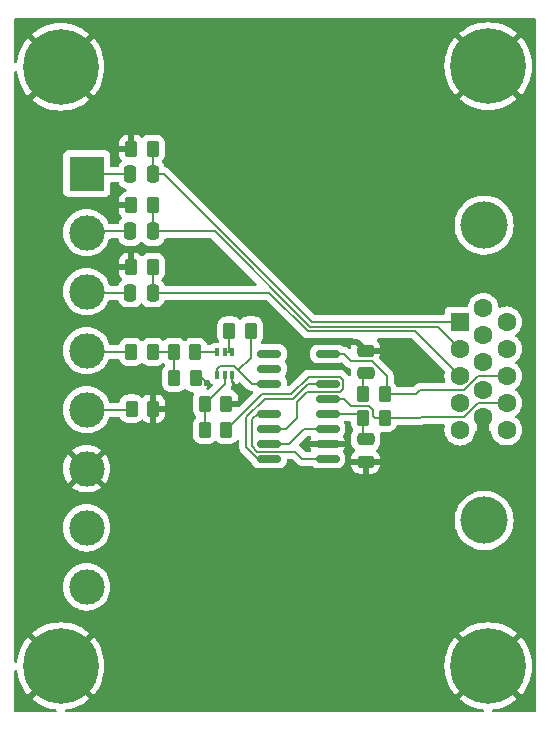
<source format=gbr>
%TF.GenerationSoftware,KiCad,Pcbnew,8.0.1*%
%TF.CreationDate,2024-07-17T22:44:32+10:00*%
%TF.ProjectId,vga,7667612e-6b69-4636-9164-5f7063625858,rev?*%
%TF.SameCoordinates,Original*%
%TF.FileFunction,Copper,L2,Bot*%
%TF.FilePolarity,Positive*%
%FSLAX46Y46*%
G04 Gerber Fmt 4.6, Leading zero omitted, Abs format (unit mm)*
G04 Created by KiCad (PCBNEW 8.0.1) date 2024-07-17 22:44:32*
%MOMM*%
%LPD*%
G01*
G04 APERTURE LIST*
G04 Aperture macros list*
%AMRoundRect*
0 Rectangle with rounded corners*
0 $1 Rounding radius*
0 $2 $3 $4 $5 $6 $7 $8 $9 X,Y pos of 4 corners*
0 Add a 4 corners polygon primitive as box body*
4,1,4,$2,$3,$4,$5,$6,$7,$8,$9,$2,$3,0*
0 Add four circle primitives for the rounded corners*
1,1,$1+$1,$2,$3*
1,1,$1+$1,$4,$5*
1,1,$1+$1,$6,$7*
1,1,$1+$1,$8,$9*
0 Add four rect primitives between the rounded corners*
20,1,$1+$1,$2,$3,$4,$5,0*
20,1,$1+$1,$4,$5,$6,$7,0*
20,1,$1+$1,$6,$7,$8,$9,0*
20,1,$1+$1,$8,$9,$2,$3,0*%
G04 Aperture macros list end*
%TA.AperFunction,ComponentPad*%
%ADD10R,3.000000X3.000000*%
%TD*%
%TA.AperFunction,ComponentPad*%
%ADD11C,3.000000*%
%TD*%
%TA.AperFunction,ComponentPad*%
%ADD12C,6.400000*%
%TD*%
%TA.AperFunction,ComponentPad*%
%ADD13C,1.600000*%
%TD*%
%TA.AperFunction,ComponentPad*%
%ADD14R,1.600000X1.600000*%
%TD*%
%TA.AperFunction,ComponentPad*%
%ADD15C,4.000000*%
%TD*%
%TA.AperFunction,SMDPad,CuDef*%
%ADD16RoundRect,0.250000X-0.262500X-0.450000X0.262500X-0.450000X0.262500X0.450000X-0.262500X0.450000X0*%
%TD*%
%TA.AperFunction,SMDPad,CuDef*%
%ADD17RoundRect,0.250000X0.475000X-0.250000X0.475000X0.250000X-0.475000X0.250000X-0.475000X-0.250000X0*%
%TD*%
%TA.AperFunction,SMDPad,CuDef*%
%ADD18RoundRect,0.250000X0.250000X0.475000X-0.250000X0.475000X-0.250000X-0.475000X0.250000X-0.475000X0*%
%TD*%
%TA.AperFunction,SMDPad,CuDef*%
%ADD19RoundRect,0.250000X0.262500X0.450000X-0.262500X0.450000X-0.262500X-0.450000X0.262500X-0.450000X0*%
%TD*%
%TA.AperFunction,SMDPad,CuDef*%
%ADD20RoundRect,0.150000X0.825000X0.150000X-0.825000X0.150000X-0.825000X-0.150000X0.825000X-0.150000X0*%
%TD*%
%TA.AperFunction,SMDPad,CuDef*%
%ADD21RoundRect,0.250000X-0.475000X0.250000X-0.475000X-0.250000X0.475000X-0.250000X0.475000X0.250000X0*%
%TD*%
%TA.AperFunction,SMDPad,CuDef*%
%ADD22RoundRect,0.100000X0.100000X-0.225000X0.100000X0.225000X-0.100000X0.225000X-0.100000X-0.225000X0*%
%TD*%
%TA.AperFunction,ViaPad*%
%ADD23C,0.600000*%
%TD*%
%TA.AperFunction,Conductor*%
%ADD24C,0.200000*%
%TD*%
%TA.AperFunction,Conductor*%
%ADD25C,0.500000*%
%TD*%
%TA.AperFunction,Conductor*%
%ADD26C,1.000000*%
%TD*%
G04 APERTURE END LIST*
D10*
%TO.P,J2,1,Pin_1*%
%TO.N,/OUT R*%
X80600000Y-58500000D03*
D11*
%TO.P,J2,2,Pin_2*%
%TO.N,/GIN2*%
X80600000Y-63500000D03*
%TO.P,J2,3,Pin_3*%
%TO.N,/BIN2*%
X80600000Y-68500000D03*
%TO.P,J2,4,Pin_4*%
%TO.N,/AV1-1*%
X80600000Y-73500000D03*
%TO.P,J2,5,Pin_5*%
%TO.N,/FBLIN2*%
X80600000Y-78500001D03*
%TO.P,J2,6,Pin_6*%
%TO.N,GND*%
X80600000Y-83500001D03*
%TO.P,J2,7,Pin_7*%
%TO.N,/SDA*%
X80600000Y-88499999D03*
%TO.P,J2,8,Pin_8*%
%TO.N,/SCL*%
X80600000Y-93500000D03*
%TD*%
D12*
%TO.P,H1,1,1*%
%TO.N,GND*%
X78400000Y-100200000D03*
%TD*%
%TO.P,H2,1,1*%
%TO.N,GND*%
X114600000Y-100200000D03*
%TD*%
%TO.P,H1,1,1*%
%TO.N,GND*%
X78400000Y-49475000D03*
%TD*%
D13*
%TO.P,J1,15,Pin_15*%
%TO.N,unconnected-(J1-Pin_15-Pad15)*%
X116160000Y-80222500D03*
%TO.P,J1,14,Pin_14*%
%TO.N,Net-(J1-Pin_14)*%
X116160000Y-77932500D03*
%TO.P,J1,13,Pin_13*%
%TO.N,Net-(J1-Pin_13)*%
X116160000Y-75642500D03*
%TO.P,J1,12,Pin_12*%
%TO.N,unconnected-(J1-Pin_12-Pad12)*%
X116160000Y-73352500D03*
%TO.P,J1,11,Pin_11*%
%TO.N,unconnected-(J1-Pin_11-Pad11)*%
X116160000Y-71062500D03*
%TO.P,J1,10,Pin_10*%
%TO.N,GND*%
X114180000Y-79077500D03*
%TO.P,J1,9,Pin_9*%
%TO.N,unconnected-(J1-Pin_9-Pad9)*%
X114180000Y-76787500D03*
%TO.P,J1,8,Pin_8*%
%TO.N,unconnected-(J1-Pin_8-Pad8)*%
X114180000Y-74497500D03*
%TO.P,J1,7,Pin_7*%
%TO.N,unconnected-(J1-Pin_7-Pad7)*%
X114180000Y-72207500D03*
%TO.P,J1,6,Pin_6*%
%TO.N,unconnected-(J1-Pin_6-Pad6)*%
X114180000Y-69917500D03*
%TO.P,J1,5,Pin_5*%
%TO.N,unconnected-(J1-Pin_5-Pad5)*%
X112200000Y-80222500D03*
%TO.P,J1,4,Pin_4*%
%TO.N,unconnected-(J1-Pin_4-Pad4)*%
X112200000Y-77932501D03*
%TO.P,J1,3,Pin_3*%
%TO.N,/IN B*%
X112200000Y-75642500D03*
%TO.P,J1,2,Pin_2*%
%TO.N,/IN G*%
X112200000Y-73352501D03*
D14*
%TO.P,J1,1,Pin_1*%
%TO.N,/IN R*%
X112200000Y-71062500D03*
D15*
%TO.P,J1,0*%
%TO.N,N/C*%
X114250000Y-62877500D03*
X114249999Y-87877500D03*
%TD*%
D12*
%TO.P,H2,1,1*%
%TO.N,GND*%
X114600000Y-49400000D03*
%TD*%
D16*
%TO.P,R7,1*%
%TO.N,Net-(R6-Pad2)*%
X88000000Y-75800000D03*
%TO.P,R7,2*%
%TO.N,GND*%
X89825000Y-75800000D03*
%TD*%
D17*
%TO.P,C1,1*%
%TO.N,Net-(C1-Pad1)*%
X104225000Y-75400000D03*
%TO.P,C1,2*%
%TO.N,GND*%
X104225000Y-73500002D03*
%TD*%
D18*
%TO.P,C5,1*%
%TO.N,/IN G*%
X86200000Y-63390000D03*
%TO.P,C5,2*%
%TO.N,/GIN2*%
X84300000Y-63390000D03*
%TD*%
D19*
%TO.P,R6,1*%
%TO.N,Net-(Q1B-E2)*%
X89800000Y-73600000D03*
%TO.P,R6,2*%
%TO.N,Net-(R6-Pad2)*%
X87975000Y-73600000D03*
%TD*%
D20*
%TO.P,U1,1*%
%TO.N,Net-(J1-Pin_13)*%
X101000000Y-73755000D03*
%TO.P,U1,3*%
%TO.N,Net-(U1-Pad3)*%
X101000000Y-76295000D03*
%TO.P,U1,4*%
%TO.N,Net-(J1-Pin_14)*%
X101000000Y-77565000D03*
%TO.P,U1,5*%
%TO.N,Net-(C2-Pad1)*%
X101000000Y-78835000D03*
%TO.P,U1,6*%
%TO.N,Net-(U1-Pad10)*%
X101000000Y-80105000D03*
%TO.P,U1,7,GND*%
%TO.N,GND*%
X101000000Y-81375000D03*
%TO.P,U1,8*%
%TO.N,Net-(U1-Pad12)*%
X101000000Y-82645000D03*
%TO.P,U1,9*%
%TO.N,Net-(U1-Pad3)*%
X96050000Y-82645000D03*
%TO.P,U1,10*%
%TO.N,Net-(U1-Pad10)*%
X96050000Y-81375000D03*
%TO.P,U1,11*%
%TO.N,Net-(R3-Pad1)*%
X96050000Y-80105000D03*
%TO.P,U1,12*%
%TO.N,Net-(U1-Pad12)*%
X96050000Y-78835000D03*
%TO.P,U1,14,VCC*%
%TO.N,+5V*%
X96050000Y-76295000D03*
%TO.P,U1,15*%
%TO.N,N/C*%
X96050000Y-75025000D03*
%TO.P,U1,16*%
X96050000Y-73755000D03*
%TD*%
D19*
%TO.P,R11,1*%
%TO.N,/IN B*%
X86200000Y-66400000D03*
%TO.P,R11,2*%
%TO.N,GND*%
X84375000Y-66400000D03*
%TD*%
D16*
%TO.P,R13,1*%
%TO.N,/FBLIN2*%
X84400000Y-78400000D03*
%TO.P,R13,2*%
%TO.N,GND*%
X86225000Y-78400000D03*
%TD*%
%TO.P,R8,1*%
%TO.N,/AV1-1*%
X84375000Y-73600000D03*
%TO.P,R8,2*%
%TO.N,Net-(R6-Pad2)*%
X86200000Y-73600000D03*
%TD*%
D18*
%TO.P,C3,1*%
%TO.N,/IN R*%
X86200000Y-58580000D03*
%TO.P,C3,2*%
%TO.N,/OUT R*%
X84300000Y-58580000D03*
%TD*%
%TO.P,C7,1*%
%TO.N,/IN B*%
X86200000Y-68600000D03*
%TO.P,C7,2*%
%TO.N,/BIN2*%
X84300000Y-68600000D03*
%TD*%
D19*
%TO.P,R5,1*%
%TO.N,+5V*%
X94512500Y-71800000D03*
%TO.P,R5,2*%
%TO.N,Net-(Q1A-C1)*%
X92687500Y-71800000D03*
%TD*%
D16*
%TO.P,R4,1*%
%TO.N,Net-(Q1A-B1)*%
X90600000Y-78000000D03*
%TO.P,R4,2*%
%TO.N,GND*%
X92425000Y-78000000D03*
%TD*%
D21*
%TO.P,C2,1*%
%TO.N,Net-(C2-Pad1)*%
X104225000Y-81000000D03*
%TO.P,C2,2*%
%TO.N,GND*%
X104225000Y-82899998D03*
%TD*%
D19*
%TO.P,R2,1*%
%TO.N,Net-(J1-Pin_14)*%
X105825000Y-79200000D03*
%TO.P,R2,2*%
%TO.N,Net-(C2-Pad1)*%
X104000000Y-79200000D03*
%TD*%
%TO.P,R10,1*%
%TO.N,/IN G*%
X86200000Y-61200000D03*
%TO.P,R10,2*%
%TO.N,GND*%
X84375000Y-61200000D03*
%TD*%
D22*
%TO.P,Q1,1,E1*%
%TO.N,GND*%
X92925000Y-75550000D03*
%TO.P,Q1,2,B1*%
%TO.N,Net-(Q1A-B1)*%
X92275000Y-75549999D03*
%TO.P,Q1,3,C2*%
%TO.N,+5V*%
X91625000Y-75550000D03*
%TO.P,Q1,4,E2*%
%TO.N,Net-(Q1B-E2)*%
X91625000Y-73650000D03*
%TO.P,Q1,5,B2*%
%TO.N,Net-(Q1A-C1)*%
X92275000Y-73650001D03*
%TO.P,Q1,6,C1*%
X92925000Y-73650000D03*
%TD*%
D19*
%TO.P,R1,1*%
%TO.N,Net-(J1-Pin_13)*%
X105825000Y-77200000D03*
%TO.P,R1,2*%
%TO.N,Net-(C1-Pad1)*%
X104000000Y-77200000D03*
%TD*%
%TO.P,R9,1*%
%TO.N,/IN R*%
X86200000Y-56400000D03*
%TO.P,R9,2*%
%TO.N,GND*%
X84375000Y-56400000D03*
%TD*%
%TO.P,R3,1*%
%TO.N,Net-(R3-Pad1)*%
X92425000Y-80200000D03*
%TO.P,R3,2*%
%TO.N,Net-(Q1A-B1)*%
X90600000Y-80200000D03*
%TD*%
D23*
%TO.N,GND*%
X90800000Y-76200000D03*
X93600000Y-76800000D03*
%TO.N,+5V*%
X94512500Y-71800000D03*
%TD*%
D24*
%TO.N,GND*%
X92925000Y-76125000D02*
X93600000Y-76800000D01*
X89825000Y-75800000D02*
X90400000Y-75800000D01*
D25*
X104225000Y-73500002D02*
X103524998Y-72800000D01*
X103524998Y-72800000D02*
X99800000Y-72800000D01*
D26*
X114180000Y-79077500D02*
X114180000Y-80780000D01*
D24*
X92925000Y-75550000D02*
X92925000Y-76125000D01*
X90400000Y-75800000D02*
X90800000Y-76200000D01*
D26*
X114180000Y-80780000D02*
X114200000Y-80800000D01*
D24*
%TO.N,Net-(C1-Pad1)*%
X104000000Y-77200000D02*
X104000000Y-75625000D01*
X104000000Y-75625000D02*
X104225000Y-75400000D01*
%TO.N,Net-(C2-Pad1)*%
X103635000Y-78835000D02*
X104000000Y-79200000D01*
X101000000Y-78835000D02*
X103635000Y-78835000D01*
X104000000Y-79200000D02*
X104000000Y-80775000D01*
X104000000Y-80775000D02*
X104225000Y-81000000D01*
%TO.N,Net-(J1-Pin_14)*%
X105825000Y-79200000D02*
X105000000Y-79200000D01*
X112565636Y-79122500D02*
X108877500Y-79122500D01*
X116160000Y-77932500D02*
X113755636Y-77932500D01*
X104812500Y-79012500D02*
X104812500Y-78515256D01*
X113755636Y-77932500D02*
X112565636Y-79122500D01*
X105000000Y-79200000D02*
X104812500Y-79012500D01*
X102365000Y-77565000D02*
X101000000Y-77565000D01*
X108877500Y-79122500D02*
X108800000Y-79200000D01*
X103000000Y-78200000D02*
X102365000Y-77565000D01*
X104812500Y-78515256D02*
X104497244Y-78200000D01*
X108800000Y-79200000D02*
X105825000Y-79200000D01*
X104497244Y-78200000D02*
X103000000Y-78200000D01*
%TO.N,Net-(J1-Pin_13)*%
X116160000Y-75642500D02*
X113755635Y-75642500D01*
X106012500Y-77012500D02*
X106012500Y-75677756D01*
X112565634Y-76832501D02*
X108855932Y-76832501D01*
X106012500Y-75677756D02*
X104734744Y-74400000D01*
X108488433Y-77200000D02*
X105825000Y-77200000D01*
X103000000Y-74400000D02*
X102355000Y-73755000D01*
X102355000Y-73755000D02*
X101000000Y-73755000D01*
X108855932Y-76832501D02*
X108488433Y-77200000D01*
X104734744Y-74400000D02*
X103000000Y-74400000D01*
X113755635Y-75642500D02*
X112565634Y-76832501D01*
X105825000Y-77200000D02*
X106012500Y-77012500D01*
%TO.N,/IN R*%
X87180000Y-58580000D02*
X99662500Y-71062500D01*
X99662500Y-71062500D02*
X112200000Y-71062500D01*
X86200000Y-58580000D02*
X87180000Y-58580000D01*
X86200000Y-56400000D02*
X86200000Y-58580000D01*
%TO.N,/OUT R*%
X84300000Y-58580000D02*
X80680000Y-58580000D01*
X80680000Y-58580000D02*
X80600000Y-58500000D01*
%TO.N,/GIN2*%
X80710000Y-63390000D02*
X80600000Y-63500000D01*
X84300000Y-63390000D02*
X80710000Y-63390000D01*
%TO.N,Net-(R3-Pad1)*%
X97879657Y-77200000D02*
X99384657Y-75695000D01*
X97495000Y-80105000D02*
X96050000Y-80105000D01*
X99246029Y-76965000D02*
X98400000Y-77811029D01*
X102275000Y-76705552D02*
X102015552Y-76965000D01*
X102275000Y-75954448D02*
X102275000Y-76705552D01*
X102015552Y-75695000D02*
X102275000Y-75954448D01*
X102015552Y-76965000D02*
X99246029Y-76965000D01*
X98400000Y-77811029D02*
X98400000Y-79200000D01*
X95425000Y-77200000D02*
X97879657Y-77200000D01*
X99384657Y-75695000D02*
X102015552Y-75695000D01*
X92425000Y-80200000D02*
X95425000Y-77200000D01*
X98400000Y-79200000D02*
X97495000Y-80105000D01*
%TO.N,Net-(R6-Pad2)*%
X86200000Y-73600000D02*
X87975000Y-73600000D01*
X87975000Y-73975000D02*
X88000000Y-74000000D01*
X87975000Y-73600000D02*
X87975000Y-73975000D01*
X88000000Y-74000000D02*
X88000000Y-75800000D01*
%TO.N,Net-(U1-Pad10)*%
X97752501Y-81375000D02*
X96050000Y-81375000D01*
X101000000Y-80105000D02*
X99022501Y-80105000D01*
X99022501Y-80105000D02*
X97752501Y-81375000D01*
%TO.N,Net-(U1-Pad12)*%
X96050000Y-78835000D02*
X95075001Y-78835000D01*
X94600000Y-79310001D02*
X94600000Y-81604313D01*
X98245000Y-82045000D02*
X98845000Y-82645000D01*
X98845000Y-82645000D02*
X101000000Y-82645000D01*
X95040687Y-82045000D02*
X98245000Y-82045000D01*
X95075001Y-78835000D02*
X94600000Y-79310001D01*
X94600000Y-81604313D02*
X95040687Y-82045000D01*
%TO.N,Net-(U1-Pad3)*%
X94125000Y-79144448D02*
X95669448Y-77600000D01*
X95075001Y-82645000D02*
X94125000Y-81694999D01*
X96050000Y-82645000D02*
X95075001Y-82645000D01*
X99350343Y-76295000D02*
X101000000Y-76295000D01*
X94125000Y-81694999D02*
X94125000Y-79144448D01*
X98045343Y-77600000D02*
X99350343Y-76295000D01*
X95669448Y-77600000D02*
X98045343Y-77600000D01*
%TO.N,/IN G*%
X99496815Y-71462500D02*
X110309999Y-71462500D01*
X110309999Y-71462500D02*
X112200000Y-73352501D01*
X91424314Y-63390000D02*
X99496815Y-71462500D01*
X86200000Y-63390000D02*
X91424314Y-63390000D01*
X86200000Y-61200000D02*
X86200000Y-63390000D01*
%TO.N,/BIN2*%
X84300000Y-68600000D02*
X80700000Y-68600000D01*
X80700000Y-68600000D02*
X80600000Y-68500000D01*
%TO.N,/IN B*%
X108420000Y-71862500D02*
X112200000Y-75642500D01*
X86200000Y-66400000D02*
X86200000Y-68600000D01*
X96068629Y-68600000D02*
X99331129Y-71862500D01*
X99331129Y-71862500D02*
X108420000Y-71862500D01*
X86200000Y-68600000D02*
X96068629Y-68600000D01*
%TO.N,/FBLIN2*%
X84400000Y-78400000D02*
X84200000Y-78400000D01*
X84099999Y-78500001D02*
X80600000Y-78500001D01*
X84200000Y-78400000D02*
X84099999Y-78500001D01*
%TO.N,/AV1-1*%
X80700000Y-73600000D02*
X80600000Y-73500000D01*
X84375000Y-73600000D02*
X80700000Y-73600000D01*
%TO.N,Net-(Q1A-C1)*%
X92687500Y-71800000D02*
X92687500Y-73562501D01*
X92925000Y-73650000D02*
X92600000Y-73650001D01*
X92600000Y-73650001D02*
X92275000Y-73650001D01*
X92687500Y-73562501D02*
X92600000Y-73650001D01*
%TO.N,Net-(Q1A-B1)*%
X90600000Y-80200000D02*
X90600000Y-78000000D01*
X92275000Y-76325000D02*
X92275000Y-75549999D01*
X90600000Y-78000000D02*
X92275000Y-76325000D01*
%TO.N,Net-(Q1B-E2)*%
X89800000Y-73600000D02*
X91575000Y-73600000D01*
X91575000Y-73600000D02*
X91625000Y-73650000D01*
X89850000Y-73650000D02*
X89800000Y-73600000D01*
%TO.N,+5V*%
X93068456Y-74800000D02*
X91875000Y-74800000D01*
X91625000Y-75050000D02*
X91875000Y-74800000D01*
X94512500Y-74087500D02*
X93434228Y-75165772D01*
X94512500Y-71800000D02*
X94512500Y-74087500D01*
X96050000Y-76295000D02*
X94563456Y-76295000D01*
X91625000Y-75550000D02*
X91625000Y-75050000D01*
X94563456Y-76295000D02*
X93434228Y-75165772D01*
X93434228Y-75165772D02*
X93068456Y-74800000D01*
%TD*%
%TA.AperFunction,Conductor*%
%TO.N,GND*%
G36*
X74675703Y-100524045D02*
G01*
X74713477Y-100582823D01*
X74716973Y-100598360D01*
X74775886Y-100970323D01*
X74775887Y-100970330D01*
X74876262Y-101344936D01*
X75015244Y-101706994D01*
X75191310Y-102052543D01*
X75402531Y-102377793D01*
X75611095Y-102635350D01*
X75611096Y-102635350D01*
X77105748Y-101140698D01*
X77179588Y-101242330D01*
X77357670Y-101420412D01*
X77459300Y-101494251D01*
X75964648Y-102988903D01*
X75964649Y-102988904D01*
X76222206Y-103197468D01*
X76547456Y-103408689D01*
X76893005Y-103584755D01*
X77255063Y-103723737D01*
X77629669Y-103824112D01*
X77629676Y-103824113D01*
X77970071Y-103878027D01*
X78033206Y-103907956D01*
X78070137Y-103967268D01*
X78069139Y-104037130D01*
X78030529Y-104095363D01*
X77966566Y-104123477D01*
X77950673Y-104124500D01*
X74594500Y-104124500D01*
X74527461Y-104104815D01*
X74481706Y-104052011D01*
X74470500Y-104000500D01*
X74470500Y-100617758D01*
X74490185Y-100550719D01*
X74542989Y-100504964D01*
X74612147Y-100495020D01*
X74675703Y-100524045D01*
G37*
%TD.AperFunction*%
%TA.AperFunction,Conductor*%
G36*
X93089715Y-76062666D02*
G01*
X93122470Y-76124382D01*
X93125000Y-76149301D01*
X93125000Y-76367010D01*
X93125001Y-76367011D01*
X93181627Y-76359557D01*
X93181633Y-76359555D01*
X93327587Y-76299100D01*
X93327589Y-76299098D01*
X93459374Y-76197977D01*
X93460903Y-76199970D01*
X93511132Y-76172520D01*
X93580825Y-76177478D01*
X93625214Y-76205994D01*
X94194740Y-76775520D01*
X94194742Y-76775521D01*
X94194746Y-76775524D01*
X94311121Y-76842712D01*
X94331672Y-76854577D01*
X94484399Y-76895501D01*
X94484401Y-76895501D01*
X94580901Y-76895501D01*
X94647940Y-76915186D01*
X94693695Y-76967990D01*
X94703639Y-77037148D01*
X94674614Y-77100704D01*
X94668582Y-77107182D01*
X93562082Y-78213681D01*
X93500759Y-78247166D01*
X93474401Y-78250000D01*
X92299000Y-78250000D01*
X92231961Y-78230315D01*
X92186206Y-78177511D01*
X92175000Y-78126000D01*
X92175000Y-77874000D01*
X92194685Y-77806961D01*
X92247489Y-77761206D01*
X92299000Y-77750000D01*
X93437499Y-77750000D01*
X93437499Y-77500028D01*
X93437498Y-77500013D01*
X93427005Y-77397302D01*
X93371858Y-77230880D01*
X93371856Y-77230875D01*
X93279815Y-77081654D01*
X93155845Y-76957684D01*
X93006624Y-76865643D01*
X93006619Y-76865641D01*
X92857016Y-76816068D01*
X92799571Y-76776295D01*
X92772748Y-76711780D01*
X92785063Y-76643004D01*
X92788633Y-76636362D01*
X92823695Y-76575632D01*
X92834577Y-76556784D01*
X92875501Y-76404057D01*
X92875501Y-76245942D01*
X92875501Y-76238347D01*
X92875500Y-76238329D01*
X92875500Y-76151256D01*
X92895185Y-76084217D01*
X92901121Y-76075774D01*
X92902621Y-76073819D01*
X92959047Y-76032613D01*
X93028793Y-76028456D01*
X93089715Y-76062666D01*
G37*
%TD.AperFunction*%
%TA.AperFunction,Conductor*%
G36*
X91042700Y-76137040D02*
G01*
X91059874Y-76155267D01*
X91096715Y-76203279D01*
X91096716Y-76203280D01*
X91096718Y-76203282D01*
X91222159Y-76299536D01*
X91222162Y-76299537D01*
X91222163Y-76299538D01*
X91227431Y-76302580D01*
X91275647Y-76353146D01*
X91288872Y-76421752D01*
X91262905Y-76486618D01*
X91253114Y-76497649D01*
X90987583Y-76763181D01*
X90926260Y-76796666D01*
X90899902Y-76799500D01*
X90851934Y-76799500D01*
X90784895Y-76779815D01*
X90739140Y-76727011D01*
X90729196Y-76657853D01*
X90746396Y-76610403D01*
X90771853Y-76569130D01*
X90771858Y-76569119D01*
X90827005Y-76402697D01*
X90827006Y-76402690D01*
X90837499Y-76299986D01*
X90837499Y-76230756D01*
X90857183Y-76163716D01*
X90909986Y-76117960D01*
X90979144Y-76108016D01*
X91042700Y-76137040D01*
G37*
%TD.AperFunction*%
%TA.AperFunction,Conductor*%
G36*
X108186942Y-72482685D02*
G01*
X108207584Y-72499319D01*
X110908058Y-75199793D01*
X110941543Y-75261116D01*
X110940152Y-75319567D01*
X110914366Y-75415802D01*
X110914364Y-75415813D01*
X110894532Y-75642498D01*
X110894532Y-75642501D01*
X110914364Y-75869186D01*
X110914366Y-75869197D01*
X110969754Y-76075908D01*
X110968091Y-76145758D01*
X110928928Y-76203620D01*
X110864700Y-76231124D01*
X110849979Y-76232001D01*
X108776875Y-76232001D01*
X108624146Y-76272924D01*
X108585045Y-76295500D01*
X108585044Y-76295500D01*
X108487219Y-76351978D01*
X108487214Y-76351982D01*
X108276016Y-76563181D01*
X108214693Y-76596666D01*
X108188335Y-76599500D01*
X106917801Y-76599500D01*
X106850762Y-76579815D01*
X106805007Y-76527011D01*
X106800095Y-76514504D01*
X106772314Y-76430666D01*
X106680212Y-76281344D01*
X106649319Y-76250451D01*
X106615834Y-76189128D01*
X106613000Y-76162770D01*
X106613000Y-75766815D01*
X106613001Y-75766802D01*
X106613001Y-75598701D01*
X106613001Y-75598699D01*
X106572077Y-75445971D01*
X106518947Y-75353948D01*
X106493020Y-75309040D01*
X106381216Y-75197236D01*
X106381215Y-75197235D01*
X106376885Y-75192905D01*
X106376874Y-75192895D01*
X105403614Y-74219635D01*
X105370129Y-74158312D01*
X105375113Y-74088620D01*
X105381419Y-74075726D01*
X105381304Y-74075673D01*
X105384358Y-74069122D01*
X105439505Y-73902699D01*
X105439506Y-73902692D01*
X105449999Y-73799988D01*
X105450000Y-73799975D01*
X105450000Y-73750002D01*
X104099000Y-73750002D01*
X104031961Y-73730317D01*
X103986206Y-73677513D01*
X103975000Y-73626002D01*
X103975000Y-73374002D01*
X103994685Y-73306963D01*
X104047489Y-73261208D01*
X104099000Y-73250002D01*
X105449999Y-73250002D01*
X105449999Y-73200030D01*
X105449998Y-73200015D01*
X105439505Y-73097304D01*
X105384358Y-72930882D01*
X105384356Y-72930877D01*
X105292315Y-72781656D01*
X105185340Y-72674681D01*
X105151855Y-72613358D01*
X105156839Y-72543666D01*
X105198711Y-72487733D01*
X105264175Y-72463316D01*
X105273021Y-72463000D01*
X108119903Y-72463000D01*
X108186942Y-72482685D01*
G37*
%TD.AperFunction*%
%TA.AperFunction,Conductor*%
G36*
X118562539Y-45345185D02*
G01*
X118608294Y-45397989D01*
X118619500Y-45449500D01*
X118619500Y-104000500D01*
X118599815Y-104067539D01*
X118547011Y-104113294D01*
X118495500Y-104124500D01*
X115049327Y-104124500D01*
X114982288Y-104104815D01*
X114936533Y-104052011D01*
X114926589Y-103982853D01*
X114955614Y-103919297D01*
X115014392Y-103881523D01*
X115029929Y-103878027D01*
X115370323Y-103824113D01*
X115370330Y-103824112D01*
X115744936Y-103723737D01*
X116106994Y-103584755D01*
X116452543Y-103408689D01*
X116777783Y-103197476D01*
X116777785Y-103197475D01*
X117035349Y-102988902D01*
X115540698Y-101494251D01*
X115642330Y-101420412D01*
X115820412Y-101242330D01*
X115894251Y-101140698D01*
X117388902Y-102635349D01*
X117597475Y-102377785D01*
X117597476Y-102377783D01*
X117808689Y-102052543D01*
X117984755Y-101706994D01*
X118123737Y-101344936D01*
X118224112Y-100970330D01*
X118224113Y-100970323D01*
X118284780Y-100587287D01*
X118305078Y-100200000D01*
X118305078Y-100199999D01*
X118284780Y-99812712D01*
X118224113Y-99429676D01*
X118224112Y-99429669D01*
X118123737Y-99055063D01*
X117984755Y-98693005D01*
X117808689Y-98347456D01*
X117597468Y-98022206D01*
X117388904Y-97764649D01*
X117388903Y-97764648D01*
X115894251Y-99259300D01*
X115820412Y-99157670D01*
X115642330Y-98979588D01*
X115540698Y-98905748D01*
X117035350Y-97411096D01*
X117035350Y-97411095D01*
X116777793Y-97202531D01*
X116452543Y-96991310D01*
X116106994Y-96815244D01*
X115744936Y-96676262D01*
X115370330Y-96575887D01*
X115370323Y-96575886D01*
X114987287Y-96515219D01*
X114600001Y-96494922D01*
X114599999Y-96494922D01*
X114212712Y-96515219D01*
X113829676Y-96575886D01*
X113829669Y-96575887D01*
X113455063Y-96676262D01*
X113093005Y-96815244D01*
X112747456Y-96991310D01*
X112422206Y-97202531D01*
X112164648Y-97411095D01*
X112164648Y-97411096D01*
X113659301Y-98905748D01*
X113557670Y-98979588D01*
X113379588Y-99157670D01*
X113305748Y-99259300D01*
X111811096Y-97764648D01*
X111811095Y-97764648D01*
X111602531Y-98022206D01*
X111391310Y-98347456D01*
X111215244Y-98693005D01*
X111076262Y-99055063D01*
X110975887Y-99429669D01*
X110975886Y-99429676D01*
X110915219Y-99812712D01*
X110894922Y-100199999D01*
X110894922Y-100200000D01*
X110915219Y-100587287D01*
X110975886Y-100970323D01*
X110975887Y-100970330D01*
X111076262Y-101344936D01*
X111215244Y-101706994D01*
X111391310Y-102052543D01*
X111602531Y-102377793D01*
X111811095Y-102635350D01*
X111811096Y-102635350D01*
X113305748Y-101140698D01*
X113379588Y-101242330D01*
X113557670Y-101420412D01*
X113659300Y-101494251D01*
X112164648Y-102988903D01*
X112164649Y-102988904D01*
X112422206Y-103197468D01*
X112747456Y-103408689D01*
X113093005Y-103584755D01*
X113455063Y-103723737D01*
X113829669Y-103824112D01*
X113829676Y-103824113D01*
X114170071Y-103878027D01*
X114233206Y-103907956D01*
X114270137Y-103967268D01*
X114269139Y-104037130D01*
X114230529Y-104095363D01*
X114166566Y-104123477D01*
X114150673Y-104124500D01*
X78849327Y-104124500D01*
X78782288Y-104104815D01*
X78736533Y-104052011D01*
X78726589Y-103982853D01*
X78755614Y-103919297D01*
X78814392Y-103881523D01*
X78829929Y-103878027D01*
X79170323Y-103824113D01*
X79170330Y-103824112D01*
X79544936Y-103723737D01*
X79906994Y-103584755D01*
X80252543Y-103408689D01*
X80577783Y-103197476D01*
X80577785Y-103197475D01*
X80835349Y-102988902D01*
X79340698Y-101494251D01*
X79442330Y-101420412D01*
X79620412Y-101242330D01*
X79694251Y-101140698D01*
X81188902Y-102635349D01*
X81397475Y-102377785D01*
X81397476Y-102377783D01*
X81608689Y-102052543D01*
X81784755Y-101706994D01*
X81923737Y-101344936D01*
X82024112Y-100970330D01*
X82024113Y-100970323D01*
X82084780Y-100587287D01*
X82105078Y-100200000D01*
X82105078Y-100199999D01*
X82084780Y-99812712D01*
X82024113Y-99429676D01*
X82024112Y-99429669D01*
X81923737Y-99055063D01*
X81784755Y-98693005D01*
X81608689Y-98347456D01*
X81397468Y-98022206D01*
X81188904Y-97764649D01*
X81188903Y-97764648D01*
X79694251Y-99259300D01*
X79620412Y-99157670D01*
X79442330Y-98979588D01*
X79340698Y-98905748D01*
X80835350Y-97411096D01*
X80835350Y-97411095D01*
X80577793Y-97202531D01*
X80252543Y-96991310D01*
X79906994Y-96815244D01*
X79544936Y-96676262D01*
X79170330Y-96575887D01*
X79170323Y-96575886D01*
X78787287Y-96515219D01*
X78400001Y-96494922D01*
X78399999Y-96494922D01*
X78012712Y-96515219D01*
X77629676Y-96575886D01*
X77629669Y-96575887D01*
X77255063Y-96676262D01*
X76893005Y-96815244D01*
X76547456Y-96991310D01*
X76222206Y-97202531D01*
X75964648Y-97411095D01*
X75964648Y-97411096D01*
X77459301Y-98905748D01*
X77357670Y-98979588D01*
X77179588Y-99157670D01*
X77105748Y-99259300D01*
X75611096Y-97764648D01*
X75611095Y-97764648D01*
X75402531Y-98022206D01*
X75191310Y-98347456D01*
X75015244Y-98693005D01*
X74876262Y-99055063D01*
X74775887Y-99429669D01*
X74775886Y-99429676D01*
X74716973Y-99801639D01*
X74687044Y-99864774D01*
X74627732Y-99901705D01*
X74557870Y-99900707D01*
X74499637Y-99862097D01*
X74471523Y-99798134D01*
X74470500Y-99782241D01*
X74470500Y-93500001D01*
X78594390Y-93500001D01*
X78614804Y-93785433D01*
X78675628Y-94065037D01*
X78775635Y-94333166D01*
X78912770Y-94584309D01*
X78912775Y-94584317D01*
X79084254Y-94813387D01*
X79084270Y-94813405D01*
X79286594Y-95015729D01*
X79286612Y-95015745D01*
X79515682Y-95187224D01*
X79515690Y-95187229D01*
X79766833Y-95324364D01*
X79766832Y-95324364D01*
X79766836Y-95324365D01*
X79766839Y-95324367D01*
X80034954Y-95424369D01*
X80034960Y-95424370D01*
X80034962Y-95424371D01*
X80314566Y-95485195D01*
X80314568Y-95485195D01*
X80314572Y-95485196D01*
X80568220Y-95503337D01*
X80599999Y-95505610D01*
X80600000Y-95505610D01*
X80600001Y-95505610D01*
X80628595Y-95503564D01*
X80885428Y-95485196D01*
X81165046Y-95424369D01*
X81433161Y-95324367D01*
X81684315Y-95187226D01*
X81913395Y-95015739D01*
X82115739Y-94813395D01*
X82287226Y-94584315D01*
X82424367Y-94333161D01*
X82524369Y-94065046D01*
X82585196Y-93785428D01*
X82605610Y-93500000D01*
X82585196Y-93214572D01*
X82524369Y-92934954D01*
X82424367Y-92666839D01*
X82287226Y-92415685D01*
X82287224Y-92415682D01*
X82115745Y-92186612D01*
X82115729Y-92186594D01*
X81913405Y-91984270D01*
X81913387Y-91984254D01*
X81684317Y-91812775D01*
X81684309Y-91812770D01*
X81433166Y-91675635D01*
X81433167Y-91675635D01*
X81325915Y-91635632D01*
X81165046Y-91575631D01*
X81165043Y-91575630D01*
X81165037Y-91575628D01*
X80885433Y-91514804D01*
X80600001Y-91494390D01*
X80599999Y-91494390D01*
X80314566Y-91514804D01*
X80034962Y-91575628D01*
X79766833Y-91675635D01*
X79515690Y-91812770D01*
X79515682Y-91812775D01*
X79286612Y-91984254D01*
X79286594Y-91984270D01*
X79084270Y-92186594D01*
X79084254Y-92186612D01*
X78912775Y-92415682D01*
X78912770Y-92415690D01*
X78775635Y-92666833D01*
X78675628Y-92934962D01*
X78614804Y-93214566D01*
X78594390Y-93499998D01*
X78594390Y-93500001D01*
X74470500Y-93500001D01*
X74470500Y-88500000D01*
X78594390Y-88500000D01*
X78614804Y-88785432D01*
X78675628Y-89065036D01*
X78675630Y-89065042D01*
X78675631Y-89065045D01*
X78682890Y-89084507D01*
X78775635Y-89333165D01*
X78912770Y-89584308D01*
X78912775Y-89584316D01*
X79084254Y-89813386D01*
X79084270Y-89813404D01*
X79286594Y-90015728D01*
X79286612Y-90015744D01*
X79515682Y-90187223D01*
X79515690Y-90187228D01*
X79766833Y-90324363D01*
X79766832Y-90324363D01*
X79766836Y-90324364D01*
X79766839Y-90324366D01*
X80034954Y-90424368D01*
X80034960Y-90424369D01*
X80034962Y-90424370D01*
X80314566Y-90485194D01*
X80314568Y-90485194D01*
X80314572Y-90485195D01*
X80568220Y-90503336D01*
X80599999Y-90505609D01*
X80600000Y-90505609D01*
X80600001Y-90505609D01*
X80628595Y-90503563D01*
X80885428Y-90485195D01*
X81165046Y-90424368D01*
X81433161Y-90324366D01*
X81684315Y-90187225D01*
X81913395Y-90015738D01*
X82115739Y-89813394D01*
X82287226Y-89584314D01*
X82424367Y-89333160D01*
X82524369Y-89065045D01*
X82585196Y-88785427D01*
X82605610Y-88499999D01*
X82585196Y-88214571D01*
X82580180Y-88191515D01*
X82524371Y-87934961D01*
X82524370Y-87934959D01*
X82524369Y-87934953D01*
X82502942Y-87877505D01*
X111744555Y-87877505D01*
X111764309Y-88191504D01*
X111764310Y-88191511D01*
X111764311Y-88191515D01*
X111823157Y-88499999D01*
X111823269Y-88500583D01*
X111920496Y-88799816D01*
X111920498Y-88799821D01*
X112054460Y-89084503D01*
X112054463Y-89084509D01*
X112223050Y-89350161D01*
X112223053Y-89350165D01*
X112423605Y-89592590D01*
X112423607Y-89592592D01*
X112652967Y-89807976D01*
X112652977Y-89807984D01*
X112907503Y-89992908D01*
X112907508Y-89992910D01*
X112907515Y-89992916D01*
X113183233Y-90144494D01*
X113183238Y-90144496D01*
X113183240Y-90144497D01*
X113183241Y-90144498D01*
X113475770Y-90260318D01*
X113475773Y-90260319D01*
X113780522Y-90338565D01*
X113780526Y-90338566D01*
X113846009Y-90346838D01*
X114092669Y-90377999D01*
X114092678Y-90377999D01*
X114092681Y-90378000D01*
X114092683Y-90378000D01*
X114407315Y-90378000D01*
X114407317Y-90378000D01*
X114407320Y-90377999D01*
X114407328Y-90377999D01*
X114593592Y-90354468D01*
X114719472Y-90338566D01*
X115024224Y-90260319D01*
X115024227Y-90260318D01*
X115316756Y-90144498D01*
X115316757Y-90144497D01*
X115316755Y-90144497D01*
X115316765Y-90144494D01*
X115592483Y-89992916D01*
X115847029Y-89807978D01*
X116076389Y-89592594D01*
X116276946Y-89350163D01*
X116445536Y-89084507D01*
X116579502Y-88799815D01*
X116676730Y-88500579D01*
X116735687Y-88191515D01*
X116751828Y-87934961D01*
X116755443Y-87877505D01*
X116755443Y-87877494D01*
X116735688Y-87563495D01*
X116735687Y-87563488D01*
X116735687Y-87563485D01*
X116676730Y-87254421D01*
X116579502Y-86955185D01*
X116445536Y-86670493D01*
X116385332Y-86575627D01*
X116276947Y-86404838D01*
X116276944Y-86404834D01*
X116076392Y-86162409D01*
X116076390Y-86162407D01*
X115847030Y-85947023D01*
X115847020Y-85947015D01*
X115592494Y-85762091D01*
X115592487Y-85762086D01*
X115592483Y-85762084D01*
X115316765Y-85610506D01*
X115316762Y-85610504D01*
X115316757Y-85610502D01*
X115316756Y-85610501D01*
X115024227Y-85494681D01*
X115024224Y-85494680D01*
X114719475Y-85416434D01*
X114719462Y-85416432D01*
X114407328Y-85377000D01*
X114407317Y-85377000D01*
X114092681Y-85377000D01*
X114092669Y-85377000D01*
X113780535Y-85416432D01*
X113780522Y-85416434D01*
X113475773Y-85494680D01*
X113475770Y-85494681D01*
X113183241Y-85610501D01*
X113183240Y-85610502D01*
X112907515Y-85762084D01*
X112907503Y-85762091D01*
X112652977Y-85947015D01*
X112652967Y-85947023D01*
X112423607Y-86162407D01*
X112423605Y-86162409D01*
X112223053Y-86404834D01*
X112223050Y-86404838D01*
X112054463Y-86670490D01*
X112054460Y-86670496D01*
X111920498Y-86955178D01*
X111920496Y-86955183D01*
X111823269Y-87254416D01*
X111764310Y-87563488D01*
X111764309Y-87563495D01*
X111744555Y-87877494D01*
X111744555Y-87877505D01*
X82502942Y-87877505D01*
X82424367Y-87666838D01*
X82367937Y-87563495D01*
X82287229Y-87415689D01*
X82287224Y-87415681D01*
X82115745Y-87186611D01*
X82115729Y-87186593D01*
X81913405Y-86984269D01*
X81913387Y-86984253D01*
X81684317Y-86812774D01*
X81684309Y-86812769D01*
X81433166Y-86675634D01*
X81433167Y-86675634D01*
X81325915Y-86635631D01*
X81165046Y-86575630D01*
X81165043Y-86575629D01*
X81165037Y-86575627D01*
X80885433Y-86514803D01*
X80600001Y-86494389D01*
X80599999Y-86494389D01*
X80314566Y-86514803D01*
X80034962Y-86575627D01*
X79766833Y-86675634D01*
X79515690Y-86812769D01*
X79515682Y-86812774D01*
X79286612Y-86984253D01*
X79286594Y-86984269D01*
X79084270Y-87186593D01*
X79084254Y-87186611D01*
X78912775Y-87415681D01*
X78912770Y-87415689D01*
X78775635Y-87666832D01*
X78675628Y-87934961D01*
X78614804Y-88214565D01*
X78594390Y-88499997D01*
X78594390Y-88500000D01*
X74470500Y-88500000D01*
X74470500Y-83500002D01*
X78594891Y-83500002D01*
X78615300Y-83785363D01*
X78676109Y-84064896D01*
X78776091Y-84332959D01*
X78913191Y-84584039D01*
X78913196Y-84584047D01*
X79019882Y-84726562D01*
X79019883Y-84726563D01*
X79998958Y-83747488D01*
X80023978Y-83807891D01*
X80095112Y-83914352D01*
X80185649Y-84004889D01*
X80292110Y-84076023D01*
X80352511Y-84101042D01*
X79373436Y-85080116D01*
X79515960Y-85186808D01*
X79515961Y-85186809D01*
X79767042Y-85323909D01*
X79767041Y-85323909D01*
X80035104Y-85423891D01*
X80314637Y-85484700D01*
X80599999Y-85505110D01*
X80600001Y-85505110D01*
X80885362Y-85484700D01*
X81164895Y-85423891D01*
X81432958Y-85323909D01*
X81684047Y-85186804D01*
X81826561Y-85080117D01*
X81826562Y-85080116D01*
X80847489Y-84101042D01*
X80907890Y-84076023D01*
X81014351Y-84004889D01*
X81104888Y-83914352D01*
X81176022Y-83807891D01*
X81201041Y-83747489D01*
X82180115Y-84726563D01*
X82180116Y-84726562D01*
X82286803Y-84584048D01*
X82423908Y-84332959D01*
X82523890Y-84064896D01*
X82584699Y-83785363D01*
X82605109Y-83500002D01*
X82605109Y-83499999D01*
X82584699Y-83214638D01*
X82523890Y-82935105D01*
X82423908Y-82667042D01*
X82286808Y-82415962D01*
X82286807Y-82415961D01*
X82180115Y-82273437D01*
X81201041Y-83252511D01*
X81176022Y-83192111D01*
X81104888Y-83085650D01*
X81014351Y-82995113D01*
X80907890Y-82923979D01*
X80847488Y-82898959D01*
X81826562Y-81919884D01*
X81826561Y-81919883D01*
X81684046Y-81813197D01*
X81684038Y-81813192D01*
X81432957Y-81676092D01*
X81432958Y-81676092D01*
X81164895Y-81576110D01*
X80885362Y-81515301D01*
X80600001Y-81494892D01*
X80599999Y-81494892D01*
X80314637Y-81515301D01*
X80035104Y-81576110D01*
X79767041Y-81676092D01*
X79515961Y-81813192D01*
X79515953Y-81813197D01*
X79373437Y-81919883D01*
X79373436Y-81919884D01*
X80352512Y-82898959D01*
X80292110Y-82923979D01*
X80185649Y-82995113D01*
X80095112Y-83085650D01*
X80023978Y-83192111D01*
X79998958Y-83252512D01*
X79019883Y-82273437D01*
X79019882Y-82273438D01*
X78913196Y-82415954D01*
X78913191Y-82415962D01*
X78776091Y-82667042D01*
X78676109Y-82935105D01*
X78615300Y-83214638D01*
X78594891Y-83499999D01*
X78594891Y-83500002D01*
X74470500Y-83500002D01*
X74470500Y-78500002D01*
X78594390Y-78500002D01*
X78614804Y-78785434D01*
X78675628Y-79065038D01*
X78675630Y-79065044D01*
X78675631Y-79065047D01*
X78755453Y-79279057D01*
X78775635Y-79333167D01*
X78912770Y-79584310D01*
X78912775Y-79584318D01*
X79084254Y-79813388D01*
X79084270Y-79813406D01*
X79286594Y-80015730D01*
X79286612Y-80015746D01*
X79515682Y-80187225D01*
X79515690Y-80187230D01*
X79766833Y-80324365D01*
X79766832Y-80324365D01*
X79766836Y-80324366D01*
X79766839Y-80324368D01*
X80034954Y-80424370D01*
X80034960Y-80424371D01*
X80034962Y-80424372D01*
X80314566Y-80485196D01*
X80314568Y-80485196D01*
X80314572Y-80485197D01*
X80568220Y-80503338D01*
X80599999Y-80505611D01*
X80600000Y-80505611D01*
X80600001Y-80505611D01*
X80628595Y-80503565D01*
X80885428Y-80485197D01*
X81050969Y-80449186D01*
X81165037Y-80424372D01*
X81165037Y-80424371D01*
X81165046Y-80424370D01*
X81433161Y-80324368D01*
X81684315Y-80187227D01*
X81913395Y-80015740D01*
X82115739Y-79813396D01*
X82287226Y-79584316D01*
X82424367Y-79333162D01*
X82481058Y-79181166D01*
X82522930Y-79125234D01*
X82588394Y-79100817D01*
X82597240Y-79100501D01*
X83341592Y-79100501D01*
X83408631Y-79120186D01*
X83447138Y-79164270D01*
X83448895Y-79163187D01*
X83452685Y-79169332D01*
X83452686Y-79169334D01*
X83544788Y-79318656D01*
X83668844Y-79442712D01*
X83818166Y-79534814D01*
X83984703Y-79589999D01*
X84087491Y-79600500D01*
X84712508Y-79600499D01*
X84712516Y-79600498D01*
X84712519Y-79600498D01*
X84768802Y-79594748D01*
X84815297Y-79589999D01*
X84981834Y-79534814D01*
X85131156Y-79442712D01*
X85225175Y-79348692D01*
X85286494Y-79315210D01*
X85356186Y-79320194D01*
X85400534Y-79348695D01*
X85494154Y-79442315D01*
X85643375Y-79534356D01*
X85643380Y-79534358D01*
X85809802Y-79589505D01*
X85809809Y-79589506D01*
X85912519Y-79599999D01*
X85974999Y-79599998D01*
X85975000Y-79599998D01*
X85975000Y-78650000D01*
X86475000Y-78650000D01*
X86475000Y-79599999D01*
X86537472Y-79599999D01*
X86537486Y-79599998D01*
X86640197Y-79589505D01*
X86806619Y-79534358D01*
X86806624Y-79534356D01*
X86955845Y-79442315D01*
X87079815Y-79318345D01*
X87171856Y-79169124D01*
X87171858Y-79169119D01*
X87227005Y-79002697D01*
X87227006Y-79002690D01*
X87237499Y-78899986D01*
X87237500Y-78899973D01*
X87237500Y-78650000D01*
X86475000Y-78650000D01*
X85975000Y-78650000D01*
X85975000Y-77200000D01*
X86475000Y-77200000D01*
X86475000Y-78150000D01*
X87237499Y-78150000D01*
X87237499Y-77900028D01*
X87237498Y-77900013D01*
X87227005Y-77797302D01*
X87171858Y-77630880D01*
X87171856Y-77630875D01*
X87079815Y-77481654D01*
X86955845Y-77357684D01*
X86806624Y-77265643D01*
X86806619Y-77265641D01*
X86640197Y-77210494D01*
X86640190Y-77210493D01*
X86537486Y-77200000D01*
X86475000Y-77200000D01*
X85975000Y-77200000D01*
X85974999Y-77199999D01*
X85912528Y-77200000D01*
X85912511Y-77200001D01*
X85809802Y-77210494D01*
X85643380Y-77265641D01*
X85643375Y-77265643D01*
X85494157Y-77357682D01*
X85400534Y-77451305D01*
X85339210Y-77484789D01*
X85269519Y-77479805D01*
X85225172Y-77451304D01*
X85131157Y-77357289D01*
X85131156Y-77357288D01*
X85005472Y-77279766D01*
X84981836Y-77265187D01*
X84981831Y-77265185D01*
X84980362Y-77264698D01*
X84815297Y-77210001D01*
X84815295Y-77210000D01*
X84712510Y-77199500D01*
X84087498Y-77199500D01*
X84087480Y-77199501D01*
X83984703Y-77210000D01*
X83984700Y-77210001D01*
X83818168Y-77265185D01*
X83818163Y-77265187D01*
X83668842Y-77357289D01*
X83544789Y-77481342D01*
X83452687Y-77630663D01*
X83452685Y-77630668D01*
X83397499Y-77797207D01*
X83396588Y-77801466D01*
X83363302Y-77862897D01*
X83302088Y-77896581D01*
X83275337Y-77899501D01*
X82597240Y-77899501D01*
X82530201Y-77879816D01*
X82484446Y-77827012D01*
X82481058Y-77818835D01*
X82474220Y-77800501D01*
X82424367Y-77666840D01*
X82404731Y-77630880D01*
X82287229Y-77415691D01*
X82287224Y-77415683D01*
X82115745Y-77186613D01*
X82115729Y-77186595D01*
X81913405Y-76984271D01*
X81913387Y-76984255D01*
X81684317Y-76812776D01*
X81684309Y-76812771D01*
X81433166Y-76675636D01*
X81433167Y-76675636D01*
X81325915Y-76635633D01*
X81165046Y-76575632D01*
X81165043Y-76575631D01*
X81165037Y-76575629D01*
X80885433Y-76514805D01*
X80600001Y-76494391D01*
X80599999Y-76494391D01*
X80314566Y-76514805D01*
X80034962Y-76575629D01*
X79766833Y-76675636D01*
X79515690Y-76812771D01*
X79515682Y-76812776D01*
X79286612Y-76984255D01*
X79286594Y-76984271D01*
X79084270Y-77186595D01*
X79084254Y-77186613D01*
X78912775Y-77415683D01*
X78912770Y-77415691D01*
X78775635Y-77666834D01*
X78675628Y-77934963D01*
X78614804Y-78214567D01*
X78594390Y-78499999D01*
X78594390Y-78500002D01*
X74470500Y-78500002D01*
X74470500Y-73500001D01*
X78594390Y-73500001D01*
X78614804Y-73785433D01*
X78675628Y-74065037D01*
X78675630Y-74065043D01*
X78675631Y-74065046D01*
X78756240Y-74281166D01*
X78775635Y-74333166D01*
X78912770Y-74584309D01*
X78912775Y-74584317D01*
X79084254Y-74813387D01*
X79084270Y-74813405D01*
X79286594Y-75015729D01*
X79286612Y-75015745D01*
X79515682Y-75187224D01*
X79515690Y-75187229D01*
X79766833Y-75324364D01*
X79766832Y-75324364D01*
X79766836Y-75324365D01*
X79766839Y-75324367D01*
X80034954Y-75424369D01*
X80034960Y-75424370D01*
X80034962Y-75424371D01*
X80314566Y-75485195D01*
X80314568Y-75485195D01*
X80314572Y-75485196D01*
X80568220Y-75503337D01*
X80599999Y-75505610D01*
X80600000Y-75505610D01*
X80600001Y-75505610D01*
X80628595Y-75503564D01*
X80885428Y-75485196D01*
X80937227Y-75473928D01*
X81165037Y-75424371D01*
X81165037Y-75424370D01*
X81165046Y-75424369D01*
X81433161Y-75324367D01*
X81684315Y-75187226D01*
X81913395Y-75015739D01*
X82115739Y-74813395D01*
X82287226Y-74584315D01*
X82424367Y-74333161D01*
X82443760Y-74281165D01*
X82485632Y-74225232D01*
X82551097Y-74200816D01*
X82559942Y-74200500D01*
X83282199Y-74200500D01*
X83349238Y-74220185D01*
X83394993Y-74272989D01*
X83399903Y-74285492D01*
X83427686Y-74369334D01*
X83519788Y-74518656D01*
X83643844Y-74642712D01*
X83793166Y-74734814D01*
X83959703Y-74789999D01*
X84062491Y-74800500D01*
X84687508Y-74800499D01*
X84687516Y-74800498D01*
X84687519Y-74800498D01*
X84743802Y-74794748D01*
X84790297Y-74789999D01*
X84956834Y-74734814D01*
X85106156Y-74642712D01*
X85199819Y-74549049D01*
X85261142Y-74515564D01*
X85330834Y-74520548D01*
X85375181Y-74549049D01*
X85468844Y-74642712D01*
X85618166Y-74734814D01*
X85784703Y-74789999D01*
X85887491Y-74800500D01*
X86512508Y-74800499D01*
X86512516Y-74800498D01*
X86512519Y-74800498D01*
X86568802Y-74794748D01*
X86615297Y-74789999D01*
X86781834Y-74734814D01*
X86931156Y-74642712D01*
X86999819Y-74574049D01*
X87061142Y-74540564D01*
X87130834Y-74545548D01*
X87175181Y-74574049D01*
X87225951Y-74624819D01*
X87259436Y-74686142D01*
X87254452Y-74755834D01*
X87225951Y-74800181D01*
X87144789Y-74881342D01*
X87052687Y-75030663D01*
X87052685Y-75030668D01*
X87034606Y-75085227D01*
X86997501Y-75197203D01*
X86997501Y-75197204D01*
X86997500Y-75197204D01*
X86987000Y-75299983D01*
X86987000Y-76300001D01*
X86987001Y-76300019D01*
X86997500Y-76402796D01*
X86997501Y-76402799D01*
X87052685Y-76569331D01*
X87052687Y-76569336D01*
X87059151Y-76579815D01*
X87144788Y-76718656D01*
X87268844Y-76842712D01*
X87418166Y-76934814D01*
X87584703Y-76989999D01*
X87687491Y-77000500D01*
X88312508Y-77000499D01*
X88312516Y-77000498D01*
X88312519Y-77000498D01*
X88368802Y-76994748D01*
X88415297Y-76989999D01*
X88581834Y-76934814D01*
X88731156Y-76842712D01*
X88825175Y-76748692D01*
X88886494Y-76715210D01*
X88956186Y-76720194D01*
X89000534Y-76748695D01*
X89094154Y-76842315D01*
X89243375Y-76934356D01*
X89243380Y-76934358D01*
X89409802Y-76989505D01*
X89409809Y-76989506D01*
X89512519Y-76999999D01*
X89572785Y-76999999D01*
X89639825Y-77019683D01*
X89685581Y-77072486D01*
X89695525Y-77141644D01*
X89678327Y-77189094D01*
X89652689Y-77230661D01*
X89652685Y-77230668D01*
X89624849Y-77314670D01*
X89597501Y-77397203D01*
X89597501Y-77397204D01*
X89597500Y-77397204D01*
X89587000Y-77499983D01*
X89587000Y-78500001D01*
X89587001Y-78500019D01*
X89597500Y-78602796D01*
X89597501Y-78602799D01*
X89652685Y-78769331D01*
X89652687Y-78769336D01*
X89687569Y-78825888D01*
X89733272Y-78899986D01*
X89744789Y-78918657D01*
X89838451Y-79012319D01*
X89871936Y-79073642D01*
X89866952Y-79143334D01*
X89838451Y-79187681D01*
X89744789Y-79281342D01*
X89652687Y-79430663D01*
X89652685Y-79430668D01*
X89644561Y-79455185D01*
X89597501Y-79597203D01*
X89597501Y-79597204D01*
X89597500Y-79597204D01*
X89587000Y-79699983D01*
X89587000Y-80700001D01*
X89587001Y-80700019D01*
X89597500Y-80802796D01*
X89597501Y-80802799D01*
X89630572Y-80902598D01*
X89652686Y-80969334D01*
X89744788Y-81118656D01*
X89868844Y-81242712D01*
X90018166Y-81334814D01*
X90184703Y-81389999D01*
X90287491Y-81400500D01*
X90912508Y-81400499D01*
X90912516Y-81400498D01*
X90912519Y-81400498D01*
X90968802Y-81394748D01*
X91015297Y-81389999D01*
X91181834Y-81334814D01*
X91331156Y-81242712D01*
X91424819Y-81149049D01*
X91486142Y-81115564D01*
X91555834Y-81120548D01*
X91600181Y-81149049D01*
X91693844Y-81242712D01*
X91843166Y-81334814D01*
X92009703Y-81389999D01*
X92112491Y-81400500D01*
X92737508Y-81400499D01*
X92737516Y-81400498D01*
X92737519Y-81400498D01*
X92793802Y-81394748D01*
X92840297Y-81389999D01*
X93006834Y-81334814D01*
X93156156Y-81242712D01*
X93280212Y-81118656D01*
X93294961Y-81094744D01*
X93346909Y-81048019D01*
X93415871Y-81036796D01*
X93479954Y-81064640D01*
X93518810Y-81122708D01*
X93524500Y-81159840D01*
X93524500Y-81608329D01*
X93524499Y-81608347D01*
X93524499Y-81774053D01*
X93524498Y-81774053D01*
X93565424Y-81926788D01*
X93565425Y-81926789D01*
X93588270Y-81966356D01*
X93593550Y-81975501D01*
X93638409Y-82053200D01*
X93644479Y-82063713D01*
X93644481Y-82063716D01*
X93763349Y-82182584D01*
X93763355Y-82182589D01*
X94590140Y-83009374D01*
X94590161Y-83009397D01*
X94596683Y-83015919D01*
X94619047Y-83048824D01*
X94619285Y-83048684D01*
X94621517Y-83052459D01*
X94622802Y-83054349D01*
X94623256Y-83055400D01*
X94706916Y-83196861D01*
X94706923Y-83196870D01*
X94823129Y-83313076D01*
X94823133Y-83313079D01*
X94823135Y-83313081D01*
X94964602Y-83396744D01*
X95006224Y-83408836D01*
X95122426Y-83442597D01*
X95122429Y-83442597D01*
X95122431Y-83442598D01*
X95159306Y-83445500D01*
X95159314Y-83445500D01*
X96940686Y-83445500D01*
X96940694Y-83445500D01*
X96977569Y-83442598D01*
X96977571Y-83442597D01*
X96977573Y-83442597D01*
X97019191Y-83430505D01*
X97135398Y-83396744D01*
X97276865Y-83313081D01*
X97393081Y-83196865D01*
X97476744Y-83055398D01*
X97522598Y-82897569D01*
X97525500Y-82860694D01*
X97525500Y-82769500D01*
X97545185Y-82702461D01*
X97597989Y-82656706D01*
X97649500Y-82645500D01*
X97944903Y-82645500D01*
X98011942Y-82665185D01*
X98032584Y-82681819D01*
X98360139Y-83009374D01*
X98360149Y-83009385D01*
X98364479Y-83013715D01*
X98364480Y-83013716D01*
X98476284Y-83125520D01*
X98563095Y-83175639D01*
X98563097Y-83175641D01*
X98591624Y-83192111D01*
X98613215Y-83204577D01*
X98765943Y-83245500D01*
X99654192Y-83245500D01*
X99721231Y-83265185D01*
X99741874Y-83281820D01*
X99773129Y-83313076D01*
X99773133Y-83313079D01*
X99773135Y-83313081D01*
X99914602Y-83396744D01*
X99956224Y-83408836D01*
X100072426Y-83442597D01*
X100072429Y-83442597D01*
X100072431Y-83442598D01*
X100109306Y-83445500D01*
X100109314Y-83445500D01*
X101890686Y-83445500D01*
X101890694Y-83445500D01*
X101927569Y-83442598D01*
X101927571Y-83442597D01*
X101927573Y-83442597D01*
X101969191Y-83430505D01*
X102085398Y-83396744D01*
X102226865Y-83313081D01*
X102343081Y-83196865D01*
X102370798Y-83149998D01*
X103000001Y-83149998D01*
X103000001Y-83199984D01*
X103010494Y-83302695D01*
X103065641Y-83469117D01*
X103065643Y-83469122D01*
X103157684Y-83618343D01*
X103281654Y-83742313D01*
X103430875Y-83834354D01*
X103430880Y-83834356D01*
X103597302Y-83889503D01*
X103597309Y-83889504D01*
X103700019Y-83899997D01*
X103974999Y-83899997D01*
X103975000Y-83899996D01*
X103975000Y-83149998D01*
X104475000Y-83149998D01*
X104475000Y-83899997D01*
X104749972Y-83899997D01*
X104749986Y-83899996D01*
X104852697Y-83889503D01*
X105019119Y-83834356D01*
X105019124Y-83834354D01*
X105168345Y-83742313D01*
X105292315Y-83618343D01*
X105384356Y-83469122D01*
X105384358Y-83469117D01*
X105439505Y-83302695D01*
X105439506Y-83302688D01*
X105449999Y-83199984D01*
X105450000Y-83199971D01*
X105450000Y-83149998D01*
X104475000Y-83149998D01*
X103975000Y-83149998D01*
X103000001Y-83149998D01*
X102370798Y-83149998D01*
X102426744Y-83055398D01*
X102472598Y-82897569D01*
X102475500Y-82860694D01*
X102475500Y-82429306D01*
X102472598Y-82392431D01*
X102426744Y-82234602D01*
X102343081Y-82093135D01*
X102343078Y-82093132D01*
X102338298Y-82086969D01*
X102340635Y-82085155D01*
X102313798Y-82036050D01*
X102318756Y-81966356D01*
X102339554Y-81933998D01*
X102337903Y-81932717D01*
X102342686Y-81926550D01*
X102426281Y-81785198D01*
X102472100Y-81627486D01*
X102472295Y-81625001D01*
X102472295Y-81625000D01*
X99527705Y-81625000D01*
X99527704Y-81625001D01*
X99527899Y-81627486D01*
X99573718Y-81785198D01*
X99616406Y-81857379D01*
X99633589Y-81925103D01*
X99611429Y-81991365D01*
X99556963Y-82035129D01*
X99509674Y-82044500D01*
X99145097Y-82044500D01*
X99078058Y-82024815D01*
X99057416Y-82008181D01*
X98732590Y-81683355D01*
X98732588Y-81683352D01*
X98613712Y-81564476D01*
X98611894Y-81563081D01*
X98610749Y-81561513D01*
X98607969Y-81558733D01*
X98608402Y-81558299D01*
X98570694Y-81506651D01*
X98566544Y-81436904D01*
X98599703Y-81377031D01*
X99234917Y-80741819D01*
X99296240Y-80708334D01*
X99322598Y-80705500D01*
X99509674Y-80705500D01*
X99576713Y-80725185D01*
X99622468Y-80777989D01*
X99632412Y-80847147D01*
X99616406Y-80892621D01*
X99573718Y-80964801D01*
X99527899Y-81122513D01*
X99527704Y-81124998D01*
X99527705Y-81125000D01*
X102472295Y-81125000D01*
X102472295Y-81124998D01*
X102472100Y-81122513D01*
X102426281Y-80964801D01*
X102342685Y-80823447D01*
X102337900Y-80817278D01*
X102340366Y-80815364D01*
X102313802Y-80766776D01*
X102318749Y-80697082D01*
X102339856Y-80664232D01*
X102338301Y-80663026D01*
X102343077Y-80656868D01*
X102343081Y-80656865D01*
X102426744Y-80515398D01*
X102469223Y-80369185D01*
X102472597Y-80357573D01*
X102472598Y-80357567D01*
X102475500Y-80320694D01*
X102475500Y-79889306D01*
X102472598Y-79852431D01*
X102458178Y-79802799D01*
X102434994Y-79723000D01*
X102426744Y-79694602D01*
X102417871Y-79679598D01*
X102384175Y-79622620D01*
X102366992Y-79554896D01*
X102389152Y-79488634D01*
X102443619Y-79444871D01*
X102490907Y-79435500D01*
X102863001Y-79435500D01*
X102930040Y-79455185D01*
X102975795Y-79507989D01*
X102987001Y-79559500D01*
X102987001Y-79700018D01*
X102997500Y-79802796D01*
X102997501Y-79802799D01*
X103052685Y-79969331D01*
X103052687Y-79969336D01*
X103144789Y-80118657D01*
X103145575Y-80119443D01*
X103145942Y-80120115D01*
X103149266Y-80124319D01*
X103148547Y-80124887D01*
X103179060Y-80180766D01*
X103174076Y-80250458D01*
X103160382Y-80274766D01*
X103161080Y-80275197D01*
X103157289Y-80281342D01*
X103157288Y-80281344D01*
X103139807Y-80309685D01*
X103065187Y-80430663D01*
X103065185Y-80430668D01*
X103047116Y-80485197D01*
X103010001Y-80597203D01*
X103010001Y-80597204D01*
X103010000Y-80597204D01*
X102999500Y-80699983D01*
X102999500Y-81300001D01*
X102999501Y-81300019D01*
X103010000Y-81402796D01*
X103010001Y-81402799D01*
X103061529Y-81558299D01*
X103065186Y-81569334D01*
X103135514Y-81683355D01*
X103157289Y-81718657D01*
X103281344Y-81842712D01*
X103284653Y-81844753D01*
X103286445Y-81846745D01*
X103287011Y-81847193D01*
X103286934Y-81847289D01*
X103331378Y-81896700D01*
X103342601Y-81965663D01*
X103314758Y-82029745D01*
X103284665Y-82055824D01*
X103281659Y-82057677D01*
X103157684Y-82181652D01*
X103065643Y-82330873D01*
X103065641Y-82330878D01*
X103010494Y-82497300D01*
X103010493Y-82497307D01*
X103000000Y-82600011D01*
X103000000Y-82649998D01*
X105449999Y-82649998D01*
X105449999Y-82600026D01*
X105449998Y-82600011D01*
X105439505Y-82497300D01*
X105384358Y-82330878D01*
X105384356Y-82330873D01*
X105292315Y-82181652D01*
X105168344Y-82057681D01*
X105168341Y-82057679D01*
X105165339Y-82055827D01*
X105163713Y-82054019D01*
X105162677Y-82053200D01*
X105162817Y-82053022D01*
X105118618Y-82003877D01*
X105107399Y-81934913D01*
X105135246Y-81870833D01*
X105165348Y-81844751D01*
X105168656Y-81842712D01*
X105292712Y-81718656D01*
X105384814Y-81569334D01*
X105439999Y-81402797D01*
X105450500Y-81300009D01*
X105450499Y-80699992D01*
X105439999Y-80597203D01*
X105428831Y-80563503D01*
X105426430Y-80493675D01*
X105462162Y-80433633D01*
X105524682Y-80402440D01*
X105546527Y-80400499D01*
X106137508Y-80400499D01*
X106137516Y-80400498D01*
X106137519Y-80400498D01*
X106193802Y-80394748D01*
X106240297Y-80389999D01*
X106406834Y-80334814D01*
X106556156Y-80242712D01*
X106680212Y-80118656D01*
X106772314Y-79969334D01*
X106800095Y-79885495D01*
X106839868Y-79828051D01*
X106904384Y-79801228D01*
X106917801Y-79800500D01*
X108713331Y-79800500D01*
X108713347Y-79800501D01*
X108720943Y-79800501D01*
X108879054Y-79800501D01*
X108879057Y-79800501D01*
X109031785Y-79759577D01*
X109066364Y-79739612D01*
X109128364Y-79723000D01*
X110825863Y-79723000D01*
X110892902Y-79742685D01*
X110938657Y-79795489D01*
X110948601Y-79864647D01*
X110945638Y-79879093D01*
X110914366Y-79995802D01*
X110914364Y-79995813D01*
X110894532Y-80222498D01*
X110894532Y-80222501D01*
X110914364Y-80449186D01*
X110914366Y-80449197D01*
X110973258Y-80668988D01*
X110973261Y-80668997D01*
X111069431Y-80875232D01*
X111069432Y-80875234D01*
X111199954Y-81061641D01*
X111360858Y-81222545D01*
X111360861Y-81222547D01*
X111547266Y-81353068D01*
X111753504Y-81449239D01*
X111973308Y-81508135D01*
X112135230Y-81522301D01*
X112199998Y-81527968D01*
X112200000Y-81527968D01*
X112200002Y-81527968D01*
X112256673Y-81523009D01*
X112426692Y-81508135D01*
X112646496Y-81449239D01*
X112852734Y-81353068D01*
X113039139Y-81222547D01*
X113200047Y-81061639D01*
X113330568Y-80875234D01*
X113426739Y-80668996D01*
X113485635Y-80449192D01*
X113492147Y-80374752D01*
X113517599Y-80309685D01*
X113574190Y-80268707D01*
X113643952Y-80264828D01*
X113668080Y-80273179D01*
X113733673Y-80303766D01*
X113733682Y-80303769D01*
X113953389Y-80362639D01*
X113953400Y-80362641D01*
X114179998Y-80382466D01*
X114180002Y-80382466D01*
X114406599Y-80362641D01*
X114406610Y-80362639D01*
X114626317Y-80303769D01*
X114626321Y-80303767D01*
X114691918Y-80273179D01*
X114760996Y-80262687D01*
X114824780Y-80291206D01*
X114863020Y-80349682D01*
X114867852Y-80374753D01*
X114874364Y-80449187D01*
X114874366Y-80449197D01*
X114933258Y-80668988D01*
X114933261Y-80668997D01*
X115029431Y-80875232D01*
X115029432Y-80875234D01*
X115159954Y-81061641D01*
X115320858Y-81222545D01*
X115320861Y-81222547D01*
X115507266Y-81353068D01*
X115713504Y-81449239D01*
X115933308Y-81508135D01*
X116095230Y-81522301D01*
X116159998Y-81527968D01*
X116160000Y-81527968D01*
X116160002Y-81527968D01*
X116216673Y-81523009D01*
X116386692Y-81508135D01*
X116606496Y-81449239D01*
X116812734Y-81353068D01*
X116999139Y-81222547D01*
X117160047Y-81061639D01*
X117290568Y-80875234D01*
X117386739Y-80668996D01*
X117445635Y-80449192D01*
X117465468Y-80222500D01*
X117445635Y-79995808D01*
X117386739Y-79776004D01*
X117290568Y-79569766D01*
X117162501Y-79386865D01*
X117160045Y-79383358D01*
X116999142Y-79222455D01*
X116988079Y-79214708D01*
X116937188Y-79179074D01*
X116893563Y-79124499D01*
X116886369Y-79055001D01*
X116917891Y-78992646D01*
X116937186Y-78975926D01*
X116999139Y-78932547D01*
X117160047Y-78771639D01*
X117290568Y-78585234D01*
X117386739Y-78378996D01*
X117445635Y-78159192D01*
X117465468Y-77932500D01*
X117462325Y-77896581D01*
X117456239Y-77827012D01*
X117445635Y-77705808D01*
X117386739Y-77486004D01*
X117290568Y-77279766D01*
X117192839Y-77140193D01*
X117160045Y-77093358D01*
X116999142Y-76932455D01*
X116974479Y-76915186D01*
X116937188Y-76889074D01*
X116893563Y-76834499D01*
X116886369Y-76765001D01*
X116917891Y-76702646D01*
X116937186Y-76685926D01*
X116999139Y-76642547D01*
X117160047Y-76481639D01*
X117290568Y-76295234D01*
X117386739Y-76088996D01*
X117445635Y-75869192D01*
X117465468Y-75642500D01*
X117445635Y-75415808D01*
X117386739Y-75196004D01*
X117290568Y-74989766D01*
X117160047Y-74803361D01*
X117160045Y-74803358D01*
X116999142Y-74642455D01*
X116959369Y-74614606D01*
X116937188Y-74599074D01*
X116893563Y-74544499D01*
X116886369Y-74475001D01*
X116917891Y-74412646D01*
X116937186Y-74395926D01*
X116999139Y-74352547D01*
X117160047Y-74191639D01*
X117290568Y-74005234D01*
X117386739Y-73798996D01*
X117445635Y-73579192D01*
X117465468Y-73352500D01*
X117464777Y-73344606D01*
X117456623Y-73251402D01*
X117445635Y-73125808D01*
X117392368Y-72927011D01*
X117386741Y-72906011D01*
X117386738Y-72906002D01*
X117375551Y-72882011D01*
X117290568Y-72699766D01*
X117160047Y-72513361D01*
X117160045Y-72513358D01*
X116999142Y-72352455D01*
X116985664Y-72343018D01*
X116937188Y-72309074D01*
X116893563Y-72254499D01*
X116886369Y-72185001D01*
X116917891Y-72122646D01*
X116937186Y-72105926D01*
X116999139Y-72062547D01*
X117160047Y-71901639D01*
X117290568Y-71715234D01*
X117386739Y-71508996D01*
X117445635Y-71289192D01*
X117465468Y-71062500D01*
X117462700Y-71030867D01*
X117449619Y-70881344D01*
X117445635Y-70835808D01*
X117386739Y-70616004D01*
X117290568Y-70409766D01*
X117160047Y-70223361D01*
X117160045Y-70223358D01*
X116999141Y-70062454D01*
X116812734Y-69931932D01*
X116812732Y-69931931D01*
X116606497Y-69835761D01*
X116606488Y-69835758D01*
X116386697Y-69776866D01*
X116386693Y-69776865D01*
X116386692Y-69776865D01*
X116386691Y-69776864D01*
X116386686Y-69776864D01*
X116160002Y-69757032D01*
X116159998Y-69757032D01*
X115933313Y-69776864D01*
X115933302Y-69776866D01*
X115713511Y-69835758D01*
X115713497Y-69835763D01*
X115648033Y-69866290D01*
X115578956Y-69876782D01*
X115515172Y-69848262D01*
X115476933Y-69789785D01*
X115472101Y-69764715D01*
X115465635Y-69690813D01*
X115465635Y-69690808D01*
X115417379Y-69510713D01*
X115406741Y-69471011D01*
X115406738Y-69471002D01*
X115370987Y-69394334D01*
X115310568Y-69264766D01*
X115180047Y-69078361D01*
X115180045Y-69078358D01*
X115019141Y-68917454D01*
X114832734Y-68786932D01*
X114832732Y-68786931D01*
X114626497Y-68690761D01*
X114626488Y-68690758D01*
X114406697Y-68631866D01*
X114406693Y-68631865D01*
X114406692Y-68631865D01*
X114406691Y-68631864D01*
X114406686Y-68631864D01*
X114180002Y-68612032D01*
X114179998Y-68612032D01*
X113953313Y-68631864D01*
X113953302Y-68631866D01*
X113733511Y-68690758D01*
X113733502Y-68690761D01*
X113527267Y-68786931D01*
X113527265Y-68786932D01*
X113340858Y-68917454D01*
X113179954Y-69078358D01*
X113049432Y-69264765D01*
X113049431Y-69264767D01*
X112953261Y-69471002D01*
X112953259Y-69471008D01*
X112899915Y-69670094D01*
X112863550Y-69729754D01*
X112800703Y-69760283D01*
X112780140Y-69762000D01*
X111352129Y-69762000D01*
X111352123Y-69762001D01*
X111292516Y-69768408D01*
X111157671Y-69818702D01*
X111157664Y-69818706D01*
X111042455Y-69904952D01*
X111042452Y-69904955D01*
X110956206Y-70020164D01*
X110956202Y-70020171D01*
X110905908Y-70155017D01*
X110899501Y-70214616D01*
X110899500Y-70214635D01*
X110899500Y-70338000D01*
X110879815Y-70405039D01*
X110827011Y-70450794D01*
X110775500Y-70462000D01*
X99962598Y-70462000D01*
X99895559Y-70442315D01*
X99874917Y-70425681D01*
X92326740Y-62877505D01*
X111744556Y-62877505D01*
X111764310Y-63191504D01*
X111764311Y-63191511D01*
X111823270Y-63500583D01*
X111920497Y-63799816D01*
X111920499Y-63799821D01*
X112054461Y-64084503D01*
X112054464Y-64084509D01*
X112223051Y-64350161D01*
X112223054Y-64350165D01*
X112423606Y-64592590D01*
X112423608Y-64592592D01*
X112652968Y-64807976D01*
X112652978Y-64807984D01*
X112907504Y-64992908D01*
X112907509Y-64992910D01*
X112907516Y-64992916D01*
X113183234Y-65144494D01*
X113183239Y-65144496D01*
X113183241Y-65144497D01*
X113183242Y-65144498D01*
X113475771Y-65260318D01*
X113475774Y-65260319D01*
X113780523Y-65338565D01*
X113780527Y-65338566D01*
X113846010Y-65346838D01*
X114092670Y-65377999D01*
X114092679Y-65377999D01*
X114092682Y-65378000D01*
X114092684Y-65378000D01*
X114407316Y-65378000D01*
X114407318Y-65378000D01*
X114407321Y-65377999D01*
X114407329Y-65377999D01*
X114593593Y-65354468D01*
X114719473Y-65338566D01*
X115024225Y-65260319D01*
X115024228Y-65260318D01*
X115316757Y-65144498D01*
X115316758Y-65144497D01*
X115316756Y-65144497D01*
X115316766Y-65144494D01*
X115592484Y-64992916D01*
X115847030Y-64807978D01*
X116076390Y-64592594D01*
X116276947Y-64350163D01*
X116445537Y-64084507D01*
X116579503Y-63799815D01*
X116676731Y-63500579D01*
X116735688Y-63191515D01*
X116751829Y-62934962D01*
X116755444Y-62877505D01*
X116755444Y-62877494D01*
X116735689Y-62563495D01*
X116735688Y-62563488D01*
X116735688Y-62563485D01*
X116676731Y-62254421D01*
X116579503Y-61955185D01*
X116445537Y-61670493D01*
X116333779Y-61494390D01*
X116276948Y-61404838D01*
X116276945Y-61404834D01*
X116076393Y-61162409D01*
X116076391Y-61162407D01*
X115847031Y-60947023D01*
X115847021Y-60947015D01*
X115592495Y-60762091D01*
X115592488Y-60762086D01*
X115592484Y-60762084D01*
X115316766Y-60610506D01*
X115316763Y-60610504D01*
X115316758Y-60610502D01*
X115316757Y-60610501D01*
X115024228Y-60494681D01*
X115024225Y-60494680D01*
X114719476Y-60416434D01*
X114719463Y-60416432D01*
X114407329Y-60377000D01*
X114407318Y-60377000D01*
X114092682Y-60377000D01*
X114092670Y-60377000D01*
X113780536Y-60416432D01*
X113780523Y-60416434D01*
X113475774Y-60494680D01*
X113475771Y-60494681D01*
X113183242Y-60610501D01*
X113183241Y-60610502D01*
X112907516Y-60762084D01*
X112907504Y-60762091D01*
X112652978Y-60947015D01*
X112652968Y-60947023D01*
X112423608Y-61162407D01*
X112423606Y-61162409D01*
X112223054Y-61404834D01*
X112223051Y-61404838D01*
X112054464Y-61670490D01*
X112054461Y-61670496D01*
X111920499Y-61955178D01*
X111920497Y-61955183D01*
X111823270Y-62254416D01*
X111764311Y-62563488D01*
X111764310Y-62563495D01*
X111744556Y-62877494D01*
X111744556Y-62877505D01*
X92326740Y-62877505D01*
X87667590Y-58218355D01*
X87667588Y-58218352D01*
X87548717Y-58099481D01*
X87548716Y-58099480D01*
X87461904Y-58049360D01*
X87461904Y-58049359D01*
X87461900Y-58049358D01*
X87411785Y-58020423D01*
X87259057Y-57979499D01*
X87257777Y-57979156D01*
X87198117Y-57942790D01*
X87172165Y-57898385D01*
X87170879Y-57894504D01*
X87134814Y-57785666D01*
X87042712Y-57636344D01*
X86977799Y-57571431D01*
X86944314Y-57510108D01*
X86949298Y-57440416D01*
X86977799Y-57396069D01*
X87015653Y-57358215D01*
X87055212Y-57318656D01*
X87147314Y-57169334D01*
X87202499Y-57002797D01*
X87213000Y-56900009D01*
X87212999Y-55899992D01*
X87202499Y-55797203D01*
X87147314Y-55630666D01*
X87055212Y-55481344D01*
X86931156Y-55357288D01*
X86781834Y-55265186D01*
X86615297Y-55210001D01*
X86615295Y-55210000D01*
X86512510Y-55199500D01*
X85887498Y-55199500D01*
X85887480Y-55199501D01*
X85784703Y-55210000D01*
X85784700Y-55210001D01*
X85618168Y-55265185D01*
X85618163Y-55265187D01*
X85468845Y-55357287D01*
X85374827Y-55451305D01*
X85313503Y-55484789D01*
X85243812Y-55479805D01*
X85199465Y-55451304D01*
X85105845Y-55357684D01*
X84956624Y-55265643D01*
X84956619Y-55265641D01*
X84790197Y-55210494D01*
X84790190Y-55210493D01*
X84687486Y-55200000D01*
X84625000Y-55200000D01*
X84625000Y-56526000D01*
X84605315Y-56593039D01*
X84552511Y-56638794D01*
X84501000Y-56650000D01*
X83362501Y-56650000D01*
X83362501Y-56899986D01*
X83372994Y-57002697D01*
X83428141Y-57169119D01*
X83428143Y-57169124D01*
X83520184Y-57318345D01*
X83560054Y-57358215D01*
X83593539Y-57419538D01*
X83588555Y-57489230D01*
X83560055Y-57533577D01*
X83457287Y-57636345D01*
X83365187Y-57785663D01*
X83365185Y-57785668D01*
X83329121Y-57894504D01*
X83289348Y-57951949D01*
X83224833Y-57978772D01*
X83211415Y-57979500D01*
X82724499Y-57979500D01*
X82657460Y-57959815D01*
X82611705Y-57907011D01*
X82600499Y-57855500D01*
X82600499Y-56952129D01*
X82600498Y-56952123D01*
X82600497Y-56952116D01*
X82594091Y-56892517D01*
X82543796Y-56757669D01*
X82543795Y-56757668D01*
X82543793Y-56757664D01*
X82457547Y-56642455D01*
X82457544Y-56642452D01*
X82342335Y-56556206D01*
X82342328Y-56556202D01*
X82207482Y-56505908D01*
X82207483Y-56505908D01*
X82147883Y-56499501D01*
X82147881Y-56499500D01*
X82147873Y-56499500D01*
X82147864Y-56499500D01*
X79052129Y-56499500D01*
X79052123Y-56499501D01*
X78992516Y-56505908D01*
X78857671Y-56556202D01*
X78857664Y-56556206D01*
X78742455Y-56642452D01*
X78742452Y-56642455D01*
X78656206Y-56757664D01*
X78656202Y-56757671D01*
X78605908Y-56892517D01*
X78599501Y-56952116D01*
X78599501Y-56952123D01*
X78599500Y-56952135D01*
X78599500Y-60047870D01*
X78599501Y-60047876D01*
X78605908Y-60107483D01*
X78656202Y-60242328D01*
X78656206Y-60242335D01*
X78742452Y-60357544D01*
X78742455Y-60357547D01*
X78857664Y-60443793D01*
X78857671Y-60443797D01*
X78992517Y-60494091D01*
X78992516Y-60494091D01*
X78999444Y-60494835D01*
X79052127Y-60500500D01*
X82147872Y-60500499D01*
X82207483Y-60494091D01*
X82342331Y-60443796D01*
X82457546Y-60357546D01*
X82543796Y-60242331D01*
X82594091Y-60107483D01*
X82600500Y-60047873D01*
X82600500Y-59304500D01*
X82620185Y-59237461D01*
X82672989Y-59191706D01*
X82724500Y-59180500D01*
X83211415Y-59180500D01*
X83278454Y-59200185D01*
X83324209Y-59252989D01*
X83329118Y-59265489D01*
X83365186Y-59374334D01*
X83457288Y-59523656D01*
X83581344Y-59647712D01*
X83730666Y-59739814D01*
X83897203Y-59794999D01*
X83897205Y-59794999D01*
X83898451Y-59795412D01*
X83955896Y-59835185D01*
X83982719Y-59899700D01*
X83970404Y-59968476D01*
X83922861Y-60019676D01*
X83898452Y-60030824D01*
X83793378Y-60065642D01*
X83793375Y-60065643D01*
X83644154Y-60157684D01*
X83520184Y-60281654D01*
X83428143Y-60430875D01*
X83428141Y-60430880D01*
X83372994Y-60597302D01*
X83372993Y-60597309D01*
X83362500Y-60700013D01*
X83362500Y-60950000D01*
X84501000Y-60950000D01*
X84568039Y-60969685D01*
X84613794Y-61022489D01*
X84625000Y-61074000D01*
X84625000Y-61326000D01*
X84605315Y-61393039D01*
X84552511Y-61438794D01*
X84501000Y-61450000D01*
X83362501Y-61450000D01*
X83362501Y-61699986D01*
X83372994Y-61802697D01*
X83428141Y-61969119D01*
X83428143Y-61969124D01*
X83520184Y-62118345D01*
X83565054Y-62163215D01*
X83598539Y-62224538D01*
X83593555Y-62294230D01*
X83565055Y-62338577D01*
X83457287Y-62446345D01*
X83365187Y-62595663D01*
X83365185Y-62595668D01*
X83329121Y-62704504D01*
X83289348Y-62761949D01*
X83224833Y-62788772D01*
X83211415Y-62789500D01*
X82556212Y-62789500D01*
X82489173Y-62769815D01*
X82443418Y-62717011D01*
X82440030Y-62708834D01*
X82438415Y-62704504D01*
X82424367Y-62666839D01*
X82409243Y-62639142D01*
X82287229Y-62415690D01*
X82287224Y-62415682D01*
X82115745Y-62186612D01*
X82115729Y-62186594D01*
X81913405Y-61984270D01*
X81913387Y-61984254D01*
X81684317Y-61812775D01*
X81684309Y-61812770D01*
X81433166Y-61675635D01*
X81433167Y-61675635D01*
X81325915Y-61635632D01*
X81165046Y-61575631D01*
X81165043Y-61575630D01*
X81165037Y-61575628D01*
X80885433Y-61514804D01*
X80600001Y-61494390D01*
X80599999Y-61494390D01*
X80314566Y-61514804D01*
X80034962Y-61575628D01*
X79766833Y-61675635D01*
X79515690Y-61812770D01*
X79515682Y-61812775D01*
X79286612Y-61984254D01*
X79286594Y-61984270D01*
X79084270Y-62186594D01*
X79084254Y-62186612D01*
X78912775Y-62415682D01*
X78912770Y-62415690D01*
X78775635Y-62666833D01*
X78675628Y-62934962D01*
X78614804Y-63214566D01*
X78594390Y-63499998D01*
X78594390Y-63500001D01*
X78614804Y-63785433D01*
X78675628Y-64065037D01*
X78675630Y-64065043D01*
X78675631Y-64065046D01*
X78773704Y-64327989D01*
X78775635Y-64333166D01*
X78912770Y-64584309D01*
X78912775Y-64584317D01*
X79084254Y-64813387D01*
X79084270Y-64813405D01*
X79286594Y-65015729D01*
X79286612Y-65015745D01*
X79515682Y-65187224D01*
X79515690Y-65187229D01*
X79766833Y-65324364D01*
X79766832Y-65324364D01*
X79766836Y-65324365D01*
X79766839Y-65324367D01*
X80034954Y-65424369D01*
X80034960Y-65424370D01*
X80034962Y-65424371D01*
X80314566Y-65485195D01*
X80314568Y-65485195D01*
X80314572Y-65485196D01*
X80568220Y-65503337D01*
X80599999Y-65505610D01*
X80600000Y-65505610D01*
X80600001Y-65505610D01*
X80628595Y-65503564D01*
X80885428Y-65485196D01*
X80901711Y-65481654D01*
X81165037Y-65424371D01*
X81165037Y-65424370D01*
X81165046Y-65424369D01*
X81433161Y-65324367D01*
X81684315Y-65187226D01*
X81913395Y-65015739D01*
X82115739Y-64813395D01*
X82287226Y-64584315D01*
X82424367Y-64333161D01*
X82522086Y-64071164D01*
X82563956Y-64015233D01*
X82629421Y-63990816D01*
X82638267Y-63990500D01*
X83211415Y-63990500D01*
X83278454Y-64010185D01*
X83324209Y-64062989D01*
X83329118Y-64075489D01*
X83365186Y-64184334D01*
X83457288Y-64333656D01*
X83581344Y-64457712D01*
X83730666Y-64549814D01*
X83897203Y-64604999D01*
X83999991Y-64615500D01*
X84600008Y-64615499D01*
X84600016Y-64615498D01*
X84600019Y-64615498D01*
X84656302Y-64609748D01*
X84702797Y-64604999D01*
X84869334Y-64549814D01*
X85018656Y-64457712D01*
X85142712Y-64333656D01*
X85144461Y-64330819D01*
X85146169Y-64329283D01*
X85147193Y-64327989D01*
X85147414Y-64328163D01*
X85196406Y-64284096D01*
X85265368Y-64272872D01*
X85329451Y-64300713D01*
X85355537Y-64330817D01*
X85357288Y-64333656D01*
X85481344Y-64457712D01*
X85630666Y-64549814D01*
X85797203Y-64604999D01*
X85899991Y-64615500D01*
X86500008Y-64615499D01*
X86500016Y-64615498D01*
X86500019Y-64615498D01*
X86556302Y-64609748D01*
X86602797Y-64604999D01*
X86769334Y-64549814D01*
X86918656Y-64457712D01*
X87042712Y-64333656D01*
X87134814Y-64184334D01*
X87170879Y-64075494D01*
X87210652Y-64018051D01*
X87275167Y-63991228D01*
X87288585Y-63990500D01*
X91124217Y-63990500D01*
X91191256Y-64010185D01*
X91211898Y-64026819D01*
X94972898Y-67787819D01*
X95006383Y-67849142D01*
X95001399Y-67918834D01*
X94959527Y-67974767D01*
X94894063Y-67999184D01*
X94885217Y-67999500D01*
X87288585Y-67999500D01*
X87221546Y-67979815D01*
X87175791Y-67927011D01*
X87170879Y-67914504D01*
X87134814Y-67805666D01*
X87042712Y-67656344D01*
X86967799Y-67581431D01*
X86934314Y-67520108D01*
X86939298Y-67450416D01*
X86967799Y-67406069D01*
X87005653Y-67368215D01*
X87055212Y-67318656D01*
X87147314Y-67169334D01*
X87202499Y-67002797D01*
X87213000Y-66900009D01*
X87212999Y-65899992D01*
X87202499Y-65797203D01*
X87147314Y-65630666D01*
X87055212Y-65481344D01*
X86931156Y-65357288D01*
X86781834Y-65265186D01*
X86615297Y-65210001D01*
X86615295Y-65210000D01*
X86512510Y-65199500D01*
X85887498Y-65199500D01*
X85887480Y-65199501D01*
X85784703Y-65210000D01*
X85784700Y-65210001D01*
X85618168Y-65265185D01*
X85618163Y-65265187D01*
X85468845Y-65357287D01*
X85374827Y-65451305D01*
X85313503Y-65484789D01*
X85243812Y-65479805D01*
X85199465Y-65451304D01*
X85105845Y-65357684D01*
X84956624Y-65265643D01*
X84956619Y-65265641D01*
X84790197Y-65210494D01*
X84790190Y-65210493D01*
X84687486Y-65200000D01*
X84625000Y-65200000D01*
X84625000Y-66526000D01*
X84605315Y-66593039D01*
X84552511Y-66638794D01*
X84501000Y-66650000D01*
X83362501Y-66650000D01*
X83362501Y-66899986D01*
X83372994Y-67002697D01*
X83428141Y-67169119D01*
X83428143Y-67169124D01*
X83520184Y-67318345D01*
X83570054Y-67368215D01*
X83603539Y-67429538D01*
X83598555Y-67499230D01*
X83570055Y-67543577D01*
X83457287Y-67656345D01*
X83365187Y-67805663D01*
X83365185Y-67805668D01*
X83329121Y-67914504D01*
X83289348Y-67971949D01*
X83224833Y-67998772D01*
X83211415Y-67999500D01*
X82634538Y-67999500D01*
X82567499Y-67979815D01*
X82521744Y-67927011D01*
X82518361Y-67918846D01*
X82424367Y-67666839D01*
X82418636Y-67656344D01*
X82287229Y-67415690D01*
X82287224Y-67415682D01*
X82115745Y-67186612D01*
X82115729Y-67186594D01*
X81913405Y-66984270D01*
X81913387Y-66984254D01*
X81684317Y-66812775D01*
X81684309Y-66812770D01*
X81433166Y-66675635D01*
X81433167Y-66675635D01*
X81325915Y-66635632D01*
X81165046Y-66575631D01*
X81165043Y-66575630D01*
X81165037Y-66575628D01*
X80885433Y-66514804D01*
X80600001Y-66494390D01*
X80599999Y-66494390D01*
X80314566Y-66514804D01*
X80034962Y-66575628D01*
X79766833Y-66675635D01*
X79515690Y-66812770D01*
X79515682Y-66812775D01*
X79286612Y-66984254D01*
X79286594Y-66984270D01*
X79084270Y-67186594D01*
X79084254Y-67186612D01*
X78912775Y-67415682D01*
X78912770Y-67415690D01*
X78775635Y-67666833D01*
X78675628Y-67934962D01*
X78614804Y-68214566D01*
X78594390Y-68499998D01*
X78594390Y-68500001D01*
X78614804Y-68785433D01*
X78675628Y-69065037D01*
X78675630Y-69065043D01*
X78675631Y-69065046D01*
X78736334Y-69227797D01*
X78775635Y-69333166D01*
X78912770Y-69584309D01*
X78912775Y-69584317D01*
X79084254Y-69813387D01*
X79084270Y-69813405D01*
X79286594Y-70015729D01*
X79286612Y-70015745D01*
X79515682Y-70187224D01*
X79515690Y-70187229D01*
X79766833Y-70324364D01*
X79766832Y-70324364D01*
X79766836Y-70324365D01*
X79766839Y-70324367D01*
X80034954Y-70424369D01*
X80034960Y-70424370D01*
X80034962Y-70424371D01*
X80314566Y-70485195D01*
X80314568Y-70485195D01*
X80314572Y-70485196D01*
X80568220Y-70503337D01*
X80599999Y-70505610D01*
X80600000Y-70505610D01*
X80600001Y-70505610D01*
X80628595Y-70503564D01*
X80885428Y-70485196D01*
X81082550Y-70442315D01*
X81165037Y-70424371D01*
X81165037Y-70424370D01*
X81165046Y-70424369D01*
X81433161Y-70324367D01*
X81684315Y-70187226D01*
X81913395Y-70015739D01*
X82115739Y-69813395D01*
X82287226Y-69584315D01*
X82424367Y-69333161D01*
X82443760Y-69281165D01*
X82485632Y-69225232D01*
X82551097Y-69200816D01*
X82559942Y-69200500D01*
X83211415Y-69200500D01*
X83278454Y-69220185D01*
X83324209Y-69272989D01*
X83329118Y-69285489D01*
X83365186Y-69394334D01*
X83457288Y-69543656D01*
X83581344Y-69667712D01*
X83730666Y-69759814D01*
X83897203Y-69814999D01*
X83999991Y-69825500D01*
X84600008Y-69825499D01*
X84600016Y-69825498D01*
X84600019Y-69825498D01*
X84656302Y-69819748D01*
X84702797Y-69814999D01*
X84869334Y-69759814D01*
X85018656Y-69667712D01*
X85142712Y-69543656D01*
X85144461Y-69540819D01*
X85146169Y-69539283D01*
X85147193Y-69537989D01*
X85147414Y-69538163D01*
X85196406Y-69494096D01*
X85265368Y-69482872D01*
X85329451Y-69510713D01*
X85355537Y-69540817D01*
X85357288Y-69543656D01*
X85481344Y-69667712D01*
X85630666Y-69759814D01*
X85797203Y-69814999D01*
X85899991Y-69825500D01*
X86500008Y-69825499D01*
X86500016Y-69825498D01*
X86500019Y-69825498D01*
X86556302Y-69819748D01*
X86602797Y-69814999D01*
X86769334Y-69759814D01*
X86918656Y-69667712D01*
X87042712Y-69543656D01*
X87134814Y-69394334D01*
X87170879Y-69285494D01*
X87210652Y-69228051D01*
X87275167Y-69201228D01*
X87288585Y-69200500D01*
X95768532Y-69200500D01*
X95835571Y-69220185D01*
X95856212Y-69236818D01*
X98962413Y-72343020D01*
X98962415Y-72343021D01*
X98962419Y-72343024D01*
X99088282Y-72415690D01*
X99099345Y-72422077D01*
X99252072Y-72463001D01*
X99252074Y-72463001D01*
X99417783Y-72463001D01*
X99417799Y-72463000D01*
X103176979Y-72463000D01*
X103244018Y-72482685D01*
X103289773Y-72535489D01*
X103299717Y-72604647D01*
X103270692Y-72668203D01*
X103264660Y-72674681D01*
X103157684Y-72781656D01*
X103065643Y-72930877D01*
X103065641Y-72930882D01*
X103010494Y-73097304D01*
X103010493Y-73097311D01*
X103000000Y-73200015D01*
X103000000Y-73251402D01*
X102980315Y-73318441D01*
X102927511Y-73364196D01*
X102858353Y-73374140D01*
X102794797Y-73345115D01*
X102788319Y-73339083D01*
X102723717Y-73274481D01*
X102723716Y-73274480D01*
X102636904Y-73224360D01*
X102636904Y-73224359D01*
X102636900Y-73224358D01*
X102586785Y-73195423D01*
X102434057Y-73154499D01*
X102434054Y-73154499D01*
X102345807Y-73154499D01*
X102278768Y-73134814D01*
X102258125Y-73118179D01*
X102226870Y-73086923D01*
X102226862Y-73086917D01*
X102085396Y-73003255D01*
X102085393Y-73003254D01*
X101927573Y-72957402D01*
X101927567Y-72957401D01*
X101890701Y-72954500D01*
X101890694Y-72954500D01*
X100109306Y-72954500D01*
X100109298Y-72954500D01*
X100072432Y-72957401D01*
X100072426Y-72957402D01*
X99914606Y-73003254D01*
X99914603Y-73003255D01*
X99773137Y-73086917D01*
X99773129Y-73086923D01*
X99656923Y-73203129D01*
X99656917Y-73203137D01*
X99573255Y-73344603D01*
X99573254Y-73344606D01*
X99527402Y-73502426D01*
X99527401Y-73502432D01*
X99524500Y-73539298D01*
X99524500Y-73970701D01*
X99527401Y-74007567D01*
X99527402Y-74007573D01*
X99573254Y-74165393D01*
X99573255Y-74165396D01*
X99656917Y-74306862D01*
X99656923Y-74306870D01*
X99773129Y-74423076D01*
X99773133Y-74423079D01*
X99773135Y-74423081D01*
X99914602Y-74506744D01*
X99955596Y-74518654D01*
X100072426Y-74552597D01*
X100072429Y-74552597D01*
X100072431Y-74552598D01*
X100109306Y-74555500D01*
X100109314Y-74555500D01*
X101890686Y-74555500D01*
X101890694Y-74555500D01*
X101927569Y-74552598D01*
X101927571Y-74552597D01*
X101927573Y-74552597D01*
X101969191Y-74540505D01*
X102085398Y-74506744D01*
X102110759Y-74491745D01*
X102178479Y-74474562D01*
X102244742Y-74496720D01*
X102261560Y-74510796D01*
X102631284Y-74880520D01*
X102631286Y-74880521D01*
X102631290Y-74880524D01*
X102768209Y-74959573D01*
X102768216Y-74959577D01*
X102907597Y-74996924D01*
X102967254Y-75033288D01*
X102997783Y-75096135D01*
X102999500Y-75116698D01*
X102999500Y-75545544D01*
X102979815Y-75612583D01*
X102927011Y-75658338D01*
X102857853Y-75668282D01*
X102794297Y-75639257D01*
X102768112Y-75607542D01*
X102755522Y-75585735D01*
X102755521Y-75585734D01*
X102755520Y-75585732D01*
X102643716Y-75473928D01*
X102643715Y-75473927D01*
X102639385Y-75469597D01*
X102639374Y-75469587D01*
X102503142Y-75333355D01*
X102503140Y-75333352D01*
X102384269Y-75214481D01*
X102384268Y-75214480D01*
X102297456Y-75164360D01*
X102297456Y-75164359D01*
X102297452Y-75164358D01*
X102247337Y-75135423D01*
X102094609Y-75094499D01*
X101936495Y-75094499D01*
X101928899Y-75094499D01*
X101928883Y-75094500D01*
X99305597Y-75094500D01*
X99264676Y-75105464D01*
X99264676Y-75105465D01*
X99227408Y-75115451D01*
X99152871Y-75135423D01*
X99152866Y-75135426D01*
X99015947Y-75214475D01*
X99015939Y-75214481D01*
X97737181Y-76493240D01*
X97675858Y-76526725D01*
X97606166Y-76521741D01*
X97550233Y-76479869D01*
X97525816Y-76414405D01*
X97525500Y-76405559D01*
X97525500Y-76079313D01*
X97525499Y-76079298D01*
X97525384Y-76077841D01*
X97522598Y-76042431D01*
X97476744Y-75884602D01*
X97393081Y-75743135D01*
X97393078Y-75743132D01*
X97388298Y-75736969D01*
X97390750Y-75735066D01*
X97364155Y-75686421D01*
X97369104Y-75616726D01*
X97389940Y-75584304D01*
X97388298Y-75583031D01*
X97393075Y-75576870D01*
X97393081Y-75576865D01*
X97476744Y-75435398D01*
X97513455Y-75309040D01*
X97522597Y-75277573D01*
X97522598Y-75277567D01*
X97525499Y-75240701D01*
X97525500Y-75240694D01*
X97525500Y-74809306D01*
X97522598Y-74772431D01*
X97521338Y-74768095D01*
X97484836Y-74642455D01*
X97476744Y-74614602D01*
X97393081Y-74473135D01*
X97393078Y-74473132D01*
X97388298Y-74466969D01*
X97390750Y-74465066D01*
X97364155Y-74416421D01*
X97369104Y-74346726D01*
X97389940Y-74314304D01*
X97388298Y-74313031D01*
X97393075Y-74306870D01*
X97393081Y-74306865D01*
X97476744Y-74165398D01*
X97522598Y-74007569D01*
X97525500Y-73970694D01*
X97525500Y-73539306D01*
X97522598Y-73502431D01*
X97521891Y-73499998D01*
X97485286Y-73374002D01*
X97476744Y-73344602D01*
X97393081Y-73203135D01*
X97393079Y-73203133D01*
X97393076Y-73203129D01*
X97276870Y-73086923D01*
X97276862Y-73086917D01*
X97135396Y-73003255D01*
X97135393Y-73003254D01*
X96977573Y-72957402D01*
X96977567Y-72957401D01*
X96940701Y-72954500D01*
X96940694Y-72954500D01*
X95431230Y-72954500D01*
X95364191Y-72934815D01*
X95318436Y-72882011D01*
X95308492Y-72812853D01*
X95337517Y-72749297D01*
X95343549Y-72742819D01*
X95352677Y-72733691D01*
X95367712Y-72718656D01*
X95459814Y-72569334D01*
X95514999Y-72402797D01*
X95525500Y-72300009D01*
X95525499Y-71299992D01*
X95514999Y-71197203D01*
X95459814Y-71030666D01*
X95367712Y-70881344D01*
X95243656Y-70757288D01*
X95094334Y-70665186D01*
X94927797Y-70610001D01*
X94927795Y-70610000D01*
X94825010Y-70599500D01*
X94199998Y-70599500D01*
X94199980Y-70599501D01*
X94097203Y-70610000D01*
X94097200Y-70610001D01*
X93930668Y-70665185D01*
X93930663Y-70665187D01*
X93781342Y-70757289D01*
X93687681Y-70850951D01*
X93626358Y-70884436D01*
X93556666Y-70879452D01*
X93512319Y-70850951D01*
X93418657Y-70757289D01*
X93418656Y-70757288D01*
X93269334Y-70665186D01*
X93102797Y-70610001D01*
X93102795Y-70610000D01*
X93000010Y-70599500D01*
X92374998Y-70599500D01*
X92374980Y-70599501D01*
X92272203Y-70610000D01*
X92272200Y-70610001D01*
X92105668Y-70665185D01*
X92105663Y-70665187D01*
X91956342Y-70757289D01*
X91832289Y-70881342D01*
X91740187Y-71030663D01*
X91740185Y-71030668D01*
X91729638Y-71062498D01*
X91685001Y-71197203D01*
X91685001Y-71197204D01*
X91685000Y-71197204D01*
X91674500Y-71299983D01*
X91674500Y-72300001D01*
X91674501Y-72300019D01*
X91685000Y-72402796D01*
X91685001Y-72402799D01*
X91705675Y-72465187D01*
X91740186Y-72569334D01*
X91780938Y-72635404D01*
X91799378Y-72702796D01*
X91778455Y-72769459D01*
X91724813Y-72814229D01*
X91675400Y-72824500D01*
X91485636Y-72824500D01*
X91368246Y-72839953D01*
X91368237Y-72839956D01*
X91222157Y-72900464D01*
X91126485Y-72973876D01*
X91061315Y-72999070D01*
X91050999Y-72999500D01*
X90892801Y-72999500D01*
X90825762Y-72979815D01*
X90780007Y-72927011D01*
X90775095Y-72914504D01*
X90772281Y-72906011D01*
X90747314Y-72830666D01*
X90655212Y-72681344D01*
X90531156Y-72557288D01*
X90381834Y-72465186D01*
X90215297Y-72410001D01*
X90215295Y-72410000D01*
X90112510Y-72399500D01*
X89487498Y-72399500D01*
X89487480Y-72399501D01*
X89384703Y-72410000D01*
X89384700Y-72410001D01*
X89218168Y-72465185D01*
X89218163Y-72465187D01*
X89068842Y-72557289D01*
X88975181Y-72650951D01*
X88913858Y-72684436D01*
X88844166Y-72679452D01*
X88799819Y-72650951D01*
X88706157Y-72557289D01*
X88706156Y-72557288D01*
X88556834Y-72465186D01*
X88390297Y-72410001D01*
X88390295Y-72410000D01*
X88287510Y-72399500D01*
X87662498Y-72399500D01*
X87662480Y-72399501D01*
X87559703Y-72410000D01*
X87559700Y-72410001D01*
X87393168Y-72465185D01*
X87393163Y-72465187D01*
X87243842Y-72557289D01*
X87175181Y-72625951D01*
X87113858Y-72659436D01*
X87044166Y-72654452D01*
X86999819Y-72625951D01*
X86931157Y-72557289D01*
X86931156Y-72557288D01*
X86781834Y-72465186D01*
X86615297Y-72410001D01*
X86615295Y-72410000D01*
X86512510Y-72399500D01*
X85887498Y-72399500D01*
X85887480Y-72399501D01*
X85784703Y-72410000D01*
X85784700Y-72410001D01*
X85618168Y-72465185D01*
X85618163Y-72465187D01*
X85468842Y-72557289D01*
X85375181Y-72650951D01*
X85313858Y-72684436D01*
X85244166Y-72679452D01*
X85199819Y-72650951D01*
X85106157Y-72557289D01*
X85106156Y-72557288D01*
X84956834Y-72465186D01*
X84790297Y-72410001D01*
X84790295Y-72410000D01*
X84687510Y-72399500D01*
X84062498Y-72399500D01*
X84062480Y-72399501D01*
X83959703Y-72410000D01*
X83959700Y-72410001D01*
X83793168Y-72465185D01*
X83793163Y-72465187D01*
X83643842Y-72557289D01*
X83519789Y-72681342D01*
X83427687Y-72830663D01*
X83427685Y-72830668D01*
X83423694Y-72842712D01*
X83402722Y-72906004D01*
X83399905Y-72914504D01*
X83360132Y-72971949D01*
X83295616Y-72998772D01*
X83282199Y-72999500D01*
X82634538Y-72999500D01*
X82567499Y-72979815D01*
X82521744Y-72927011D01*
X82518361Y-72918846D01*
X82424367Y-72666839D01*
X82415691Y-72650951D01*
X82287229Y-72415690D01*
X82287224Y-72415682D01*
X82115745Y-72186612D01*
X82115729Y-72186594D01*
X81913405Y-71984270D01*
X81913387Y-71984254D01*
X81684317Y-71812775D01*
X81684309Y-71812770D01*
X81433166Y-71675635D01*
X81433167Y-71675635D01*
X81325915Y-71635632D01*
X81165046Y-71575631D01*
X81165043Y-71575630D01*
X81165037Y-71575628D01*
X80885433Y-71514804D01*
X80600001Y-71494390D01*
X80599999Y-71494390D01*
X80314566Y-71514804D01*
X80034962Y-71575628D01*
X79766833Y-71675635D01*
X79515690Y-71812770D01*
X79515682Y-71812775D01*
X79286612Y-71984254D01*
X79286594Y-71984270D01*
X79084270Y-72186594D01*
X79084254Y-72186612D01*
X78912775Y-72415682D01*
X78912770Y-72415690D01*
X78775635Y-72666833D01*
X78675628Y-72934962D01*
X78614804Y-73214566D01*
X78594390Y-73499998D01*
X78594390Y-73500001D01*
X74470500Y-73500001D01*
X74470500Y-66150000D01*
X83362500Y-66150000D01*
X84125000Y-66150000D01*
X84125000Y-65200000D01*
X84124999Y-65199999D01*
X84062528Y-65200000D01*
X84062511Y-65200001D01*
X83959802Y-65210494D01*
X83793380Y-65265641D01*
X83793375Y-65265643D01*
X83644154Y-65357684D01*
X83520184Y-65481654D01*
X83428143Y-65630875D01*
X83428141Y-65630880D01*
X83372994Y-65797302D01*
X83372993Y-65797309D01*
X83362500Y-65900013D01*
X83362500Y-66150000D01*
X74470500Y-66150000D01*
X74470500Y-56150000D01*
X83362500Y-56150000D01*
X84125000Y-56150000D01*
X84125000Y-55200000D01*
X84124999Y-55199999D01*
X84062528Y-55200000D01*
X84062511Y-55200001D01*
X83959802Y-55210494D01*
X83793380Y-55265641D01*
X83793375Y-55265643D01*
X83644154Y-55357684D01*
X83520184Y-55481654D01*
X83428143Y-55630875D01*
X83428141Y-55630880D01*
X83372994Y-55797302D01*
X83372993Y-55797309D01*
X83362500Y-55900013D01*
X83362500Y-56150000D01*
X74470500Y-56150000D01*
X74470500Y-49892758D01*
X74490185Y-49825719D01*
X74542989Y-49779964D01*
X74612147Y-49770020D01*
X74675703Y-49799045D01*
X74713477Y-49857823D01*
X74716973Y-49873360D01*
X74775886Y-50245323D01*
X74775887Y-50245330D01*
X74876262Y-50619936D01*
X75015244Y-50981994D01*
X75191310Y-51327543D01*
X75402531Y-51652793D01*
X75611095Y-51910350D01*
X75611096Y-51910350D01*
X77105748Y-50415698D01*
X77179588Y-50517330D01*
X77357670Y-50695412D01*
X77459300Y-50769251D01*
X75964648Y-52263903D01*
X75964649Y-52263904D01*
X76222206Y-52472468D01*
X76547456Y-52683689D01*
X76893005Y-52859755D01*
X77255063Y-52998737D01*
X77629669Y-53099112D01*
X77629676Y-53099113D01*
X78012712Y-53159780D01*
X78399999Y-53180078D01*
X78400001Y-53180078D01*
X78787287Y-53159780D01*
X79170323Y-53099113D01*
X79170330Y-53099112D01*
X79544936Y-52998737D01*
X79906994Y-52859755D01*
X80252543Y-52683689D01*
X80577783Y-52472476D01*
X80577785Y-52472475D01*
X80835349Y-52263902D01*
X79340698Y-50769251D01*
X79442330Y-50695412D01*
X79620412Y-50517330D01*
X79694251Y-50415698D01*
X81188902Y-51910349D01*
X81397475Y-51652785D01*
X81397476Y-51652783D01*
X81608689Y-51327543D01*
X81784755Y-50981994D01*
X81923737Y-50619936D01*
X82024112Y-50245330D01*
X82024113Y-50245323D01*
X82084780Y-49862287D01*
X82105078Y-49475000D01*
X82105078Y-49474999D01*
X82101147Y-49400000D01*
X110894922Y-49400000D01*
X110915219Y-49787287D01*
X110975886Y-50170323D01*
X110975887Y-50170330D01*
X111076262Y-50544936D01*
X111215244Y-50906994D01*
X111391310Y-51252543D01*
X111602531Y-51577793D01*
X111811095Y-51835350D01*
X111811096Y-51835350D01*
X113305748Y-50340698D01*
X113379588Y-50442330D01*
X113557670Y-50620412D01*
X113659300Y-50694251D01*
X112164648Y-52188903D01*
X112164649Y-52188904D01*
X112422206Y-52397468D01*
X112747456Y-52608689D01*
X113093005Y-52784755D01*
X113455063Y-52923737D01*
X113829669Y-53024112D01*
X113829676Y-53024113D01*
X114212712Y-53084780D01*
X114599999Y-53105078D01*
X114600001Y-53105078D01*
X114987287Y-53084780D01*
X115370323Y-53024113D01*
X115370330Y-53024112D01*
X115744936Y-52923737D01*
X116106994Y-52784755D01*
X116452543Y-52608689D01*
X116777783Y-52397476D01*
X116777785Y-52397475D01*
X117035349Y-52188902D01*
X115540698Y-50694251D01*
X115642330Y-50620412D01*
X115820412Y-50442330D01*
X115894251Y-50340698D01*
X117388902Y-51835349D01*
X117597475Y-51577785D01*
X117597476Y-51577783D01*
X117808689Y-51252543D01*
X117984755Y-50906994D01*
X118123737Y-50544936D01*
X118224112Y-50170330D01*
X118224113Y-50170323D01*
X118284780Y-49787287D01*
X118305078Y-49400000D01*
X118305078Y-49399999D01*
X118284780Y-49012712D01*
X118224113Y-48629676D01*
X118224112Y-48629669D01*
X118123737Y-48255063D01*
X117984755Y-47893005D01*
X117808689Y-47547456D01*
X117597468Y-47222206D01*
X117388904Y-46964649D01*
X117388903Y-46964648D01*
X115894251Y-48459300D01*
X115820412Y-48357670D01*
X115642330Y-48179588D01*
X115540698Y-48105748D01*
X117035350Y-46611096D01*
X117035350Y-46611095D01*
X116777793Y-46402531D01*
X116452543Y-46191310D01*
X116106994Y-46015244D01*
X115744936Y-45876262D01*
X115370330Y-45775887D01*
X115370323Y-45775886D01*
X114987287Y-45715219D01*
X114600001Y-45694922D01*
X114599999Y-45694922D01*
X114212712Y-45715219D01*
X113829676Y-45775886D01*
X113829669Y-45775887D01*
X113455063Y-45876262D01*
X113093005Y-46015244D01*
X112747456Y-46191310D01*
X112422206Y-46402531D01*
X112164648Y-46611095D01*
X112164648Y-46611096D01*
X113659301Y-48105748D01*
X113557670Y-48179588D01*
X113379588Y-48357670D01*
X113305748Y-48459300D01*
X111811096Y-46964648D01*
X111811095Y-46964648D01*
X111602531Y-47222206D01*
X111391310Y-47547456D01*
X111215244Y-47893005D01*
X111076262Y-48255063D01*
X110975887Y-48629669D01*
X110975886Y-48629676D01*
X110915219Y-49012712D01*
X110894922Y-49399999D01*
X110894922Y-49400000D01*
X82101147Y-49400000D01*
X82084780Y-49087712D01*
X82024113Y-48704676D01*
X82024112Y-48704669D01*
X81923737Y-48330063D01*
X81784755Y-47968005D01*
X81608689Y-47622456D01*
X81397468Y-47297206D01*
X81188904Y-47039649D01*
X81188903Y-47039648D01*
X79694251Y-48534300D01*
X79620412Y-48432670D01*
X79442330Y-48254588D01*
X79340698Y-48180748D01*
X80835350Y-46686096D01*
X80835350Y-46686095D01*
X80577793Y-46477531D01*
X80252543Y-46266310D01*
X79906994Y-46090244D01*
X79544936Y-45951262D01*
X79170330Y-45850887D01*
X79170323Y-45850886D01*
X78787287Y-45790219D01*
X78400001Y-45769922D01*
X78399999Y-45769922D01*
X78012712Y-45790219D01*
X77629676Y-45850886D01*
X77629669Y-45850887D01*
X77255063Y-45951262D01*
X76893005Y-46090244D01*
X76547456Y-46266310D01*
X76222206Y-46477531D01*
X75964648Y-46686095D01*
X75964648Y-46686096D01*
X77459301Y-48180748D01*
X77357670Y-48254588D01*
X77179588Y-48432670D01*
X77105748Y-48534300D01*
X75611096Y-47039648D01*
X75611095Y-47039648D01*
X75402531Y-47297206D01*
X75191310Y-47622456D01*
X75015244Y-47968005D01*
X74876262Y-48330063D01*
X74775887Y-48704669D01*
X74775886Y-48704676D01*
X74716973Y-49076639D01*
X74687044Y-49139774D01*
X74627732Y-49176705D01*
X74557870Y-49175707D01*
X74499637Y-49137097D01*
X74471523Y-49073134D01*
X74470500Y-49057241D01*
X74470500Y-45449500D01*
X74490185Y-45382461D01*
X74542989Y-45336706D01*
X74594500Y-45325500D01*
X118495500Y-45325500D01*
X118562539Y-45345185D01*
G37*
%TD.AperFunction*%
%TD*%
M02*

</source>
